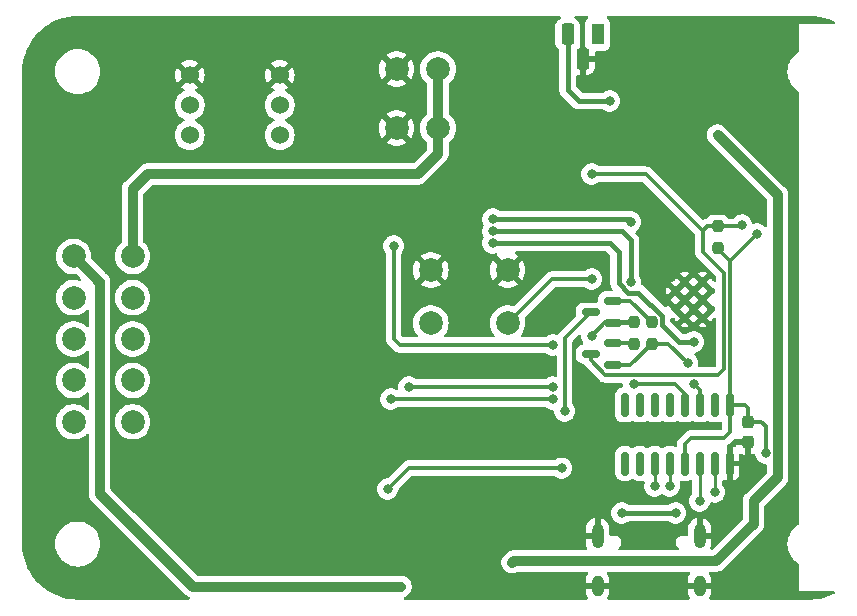
<source format=gbl>
G04 #@! TF.GenerationSoftware,KiCad,Pcbnew,8.0.2*
G04 #@! TF.CreationDate,2024-05-03T17:36:45+02:00*
G04 #@! TF.ProjectId,WLED_Controller_PWM,574c4544-5f43-46f6-9e74-726f6c6c6572,rev?*
G04 #@! TF.SameCoordinates,Original*
G04 #@! TF.FileFunction,Copper,L2,Bot*
G04 #@! TF.FilePolarity,Positive*
%FSLAX46Y46*%
G04 Gerber Fmt 4.6, Leading zero omitted, Abs format (unit mm)*
G04 Created by KiCad (PCBNEW 8.0.2) date 2024-05-03 17:36:45*
%MOMM*%
%LPD*%
G01*
G04 APERTURE LIST*
G04 Aperture macros list*
%AMRoundRect*
0 Rectangle with rounded corners*
0 $1 Rounding radius*
0 $2 $3 $4 $5 $6 $7 $8 $9 X,Y pos of 4 corners*
0 Add a 4 corners polygon primitive as box body*
4,1,4,$2,$3,$4,$5,$6,$7,$8,$9,$2,$3,0*
0 Add four circle primitives for the rounded corners*
1,1,$1+$1,$2,$3*
1,1,$1+$1,$4,$5*
1,1,$1+$1,$6,$7*
1,1,$1+$1,$8,$9*
0 Add four rect primitives between the rounded corners*
20,1,$1+$1,$2,$3,$4,$5,0*
20,1,$1+$1,$4,$5,$6,$7,0*
20,1,$1+$1,$6,$7,$8,$9,0*
20,1,$1+$1,$8,$9,$2,$3,0*%
G04 Aperture macros list end*
G04 #@! TA.AperFunction,HeatsinkPad*
%ADD10C,0.600000*%
G04 #@! TD*
G04 #@! TA.AperFunction,ComponentPad*
%ADD11C,2.000000*%
G04 #@! TD*
G04 #@! TA.AperFunction,ComponentPad*
%ADD12R,1.100000X1.800000*%
G04 #@! TD*
G04 #@! TA.AperFunction,ComponentPad*
%ADD13RoundRect,0.275000X0.275000X0.625000X-0.275000X0.625000X-0.275000X-0.625000X0.275000X-0.625000X0*%
G04 #@! TD*
G04 #@! TA.AperFunction,ComponentPad*
%ADD14O,1.000000X2.100000*%
G04 #@! TD*
G04 #@! TA.AperFunction,ComponentPad*
%ADD15O,1.000000X1.800000*%
G04 #@! TD*
G04 #@! TA.AperFunction,ComponentPad*
%ADD16C,1.524000*%
G04 #@! TD*
G04 #@! TA.AperFunction,SMDPad,CuDef*
%ADD17RoundRect,0.237500X-0.237500X0.250000X-0.237500X-0.250000X0.237500X-0.250000X0.237500X0.250000X0*%
G04 #@! TD*
G04 #@! TA.AperFunction,SMDPad,CuDef*
%ADD18RoundRect,0.150000X0.150000X-0.825000X0.150000X0.825000X-0.150000X0.825000X-0.150000X-0.825000X0*%
G04 #@! TD*
G04 #@! TA.AperFunction,SMDPad,CuDef*
%ADD19RoundRect,0.150000X0.587500X0.150000X-0.587500X0.150000X-0.587500X-0.150000X0.587500X-0.150000X0*%
G04 #@! TD*
G04 #@! TA.AperFunction,SMDPad,CuDef*
%ADD20RoundRect,0.237500X0.237500X-0.250000X0.237500X0.250000X-0.237500X0.250000X-0.237500X-0.250000X0*%
G04 #@! TD*
G04 #@! TA.AperFunction,SMDPad,CuDef*
%ADD21RoundRect,0.237500X-0.237500X0.300000X-0.237500X-0.300000X0.237500X-0.300000X0.237500X0.300000X0*%
G04 #@! TD*
G04 #@! TA.AperFunction,ViaPad*
%ADD22C,0.800000*%
G04 #@! TD*
G04 #@! TA.AperFunction,Conductor*
%ADD23C,0.304800*%
G04 #@! TD*
G04 #@! TA.AperFunction,Conductor*
%ADD24C,0.406400*%
G04 #@! TD*
G04 #@! TA.AperFunction,Conductor*
%ADD25C,0.812800*%
G04 #@! TD*
G04 #@! TA.AperFunction,Conductor*
%ADD26C,0.254000*%
G04 #@! TD*
G04 APERTURE END LIST*
D10*
X57911500Y27205000D03*
X56386500Y27205000D03*
X58674000Y26442500D03*
X57149000Y26442500D03*
X55624000Y26442500D03*
X57911500Y25680000D03*
X56386500Y25680000D03*
X58674000Y24917500D03*
X57149000Y24917500D03*
X55624000Y24917500D03*
X57911500Y24155000D03*
X56386500Y24155000D03*
D11*
X35504000Y40212000D03*
X35504000Y45212000D03*
X32004000Y40212000D03*
X32004000Y45212000D03*
X9652000Y29352000D03*
X4652000Y29352000D03*
X9652000Y25852000D03*
X4652000Y25852000D03*
X9652000Y22352000D03*
X4652000Y22352000D03*
X9652000Y18852000D03*
X4652000Y18852000D03*
X9652000Y15352000D03*
X4652000Y15352000D03*
X34902000Y28194000D03*
X41402000Y28194000D03*
X34902000Y23694000D03*
X41402000Y23694000D03*
D12*
X49022000Y48152000D03*
D13*
X47752000Y46082000D03*
X46482000Y48152000D03*
D14*
X49020000Y5665000D03*
D15*
X49020000Y1465000D03*
D14*
X57660000Y5665000D03*
D15*
X57660000Y1465000D03*
D16*
X14478000Y44704000D03*
X14478000Y42164000D03*
X14478000Y39624000D03*
X22098000Y39624000D03*
X22098000Y42164000D03*
X22098000Y44704000D03*
D17*
X52070000Y23772500D03*
X52070000Y21947500D03*
D18*
X60198000Y11814000D03*
X58928000Y11814000D03*
X57658000Y11814000D03*
X56388000Y11814000D03*
X55118000Y11814000D03*
X53848000Y11814000D03*
X52578000Y11814000D03*
X51308000Y11814000D03*
X51308000Y16764000D03*
X52578000Y16764000D03*
X53848000Y16764000D03*
X55118000Y16764000D03*
X56388000Y16764000D03*
X57658000Y16764000D03*
X58928000Y16764000D03*
X60198000Y16764000D03*
D19*
X50292000Y22032000D03*
X50292000Y20132000D03*
X48417000Y21082000D03*
D20*
X53594000Y21947500D03*
X53594000Y23772500D03*
D19*
X50292000Y25588000D03*
X50292000Y23688000D03*
X48417000Y24638000D03*
D21*
X61722000Y15340500D03*
X61722000Y13615500D03*
D20*
X59182000Y30075500D03*
X59182000Y31900500D03*
D22*
X50038000Y42500000D03*
X62484000Y31242000D03*
X63246000Y12700000D03*
X64516000Y42926000D03*
X53848000Y45212000D03*
X45974000Y14478000D03*
X61214000Y32004000D03*
X48514000Y36322000D03*
X41783000Y3429000D03*
X62230000Y8636000D03*
X59182000Y39624000D03*
X46228000Y16250000D03*
X51054000Y7620000D03*
X55626000Y7620000D03*
X55118000Y9906000D03*
X53848000Y9906000D03*
X57150000Y18551600D03*
X56642000Y20320000D03*
X48514000Y22606000D03*
X52070000Y18542000D03*
X58928000Y9398000D03*
X57658000Y8636000D03*
X48514000Y27432000D03*
X40132000Y31496000D03*
X51816000Y27178000D03*
X40132000Y30480000D03*
X57150000Y22098000D03*
X40132000Y32512000D03*
X51816000Y32258000D03*
X32385000Y1397000D03*
X31750000Y30226000D03*
X45212000Y21844000D03*
X45212000Y17272000D03*
X31496000Y17272000D03*
X45212000Y18288000D03*
X33020000Y18288000D03*
X31242000Y9652000D03*
X45974000Y11420400D03*
D23*
X61722000Y15340500D02*
X61722000Y16510000D01*
X62891500Y15340500D02*
X61722000Y15340500D01*
X60198000Y16764000D02*
X60198000Y28956000D01*
X56388000Y13462000D02*
X56896000Y13970000D01*
D24*
X46482000Y43418000D02*
X47400000Y42500000D01*
X47400000Y42500000D02*
X50038000Y42500000D01*
D23*
X59182000Y29972000D02*
X60198000Y28956000D01*
X61468000Y16764000D02*
X60198000Y16764000D01*
D24*
X46482000Y47752000D02*
X46482000Y43418000D01*
D23*
X59182000Y30075500D02*
X59182000Y29972000D01*
X63246000Y12700000D02*
X63246000Y14986000D01*
X63246000Y14986000D02*
X62891500Y15340500D01*
X60198000Y14478000D02*
X60198000Y16764000D01*
X61722000Y16510000D02*
X61468000Y16764000D01*
X59690000Y13970000D02*
X60198000Y14478000D01*
X60198000Y28956000D02*
X62484000Y31242000D01*
X56388000Y11814000D02*
X56388000Y13462000D01*
X56896000Y13970000D02*
X59690000Y13970000D01*
X59690000Y19812000D02*
X59690000Y27940000D01*
X48417000Y20554842D02*
X49667842Y19304000D01*
X48417000Y21082000D02*
X48417000Y20554842D01*
X48514000Y36322000D02*
X53086000Y36322000D01*
X61110500Y31900500D02*
X61214000Y32004000D01*
X59182000Y31900500D02*
X61110500Y31900500D01*
X57912000Y31496000D02*
X58316500Y31900500D01*
X49667842Y19304000D02*
X59182000Y19304000D01*
X58316500Y31900500D02*
X59182000Y31900500D01*
X59690000Y27940000D02*
X57912000Y29718000D01*
X59182000Y19304000D02*
X59690000Y19812000D01*
X53086000Y36322000D02*
X57912000Y31496000D01*
X57912000Y29718000D02*
X57912000Y31496000D01*
D25*
X62230000Y8636000D02*
X62230000Y6731000D01*
X64262000Y10668000D02*
X64262000Y34544000D01*
X41910000Y3556000D02*
X41783000Y3429000D01*
X62230000Y8636000D02*
X64262000Y10668000D01*
X59055000Y3556000D02*
X41910000Y3556000D01*
X64262000Y34544000D02*
X59182000Y39624000D01*
X62230000Y6731000D02*
X59055000Y3556000D01*
D23*
X46228000Y22449000D02*
X46228000Y16250000D01*
X48417000Y24638000D02*
X46228000Y22449000D01*
D24*
X51054000Y7620000D02*
X55626000Y7620000D01*
D26*
X55118000Y9906000D02*
X55118000Y11814000D01*
X53848000Y9906000D02*
X53848000Y11814000D01*
D23*
X51985500Y22032000D02*
X52070000Y21947500D01*
X50292000Y22032000D02*
X51985500Y22032000D01*
X53594000Y21947500D02*
X51778500Y20132000D01*
X57658000Y18043600D02*
X57150000Y18551600D01*
X55014500Y21947500D02*
X56642000Y20320000D01*
X51778500Y20132000D02*
X50292000Y20132000D01*
X53594000Y21947500D02*
X55014500Y21947500D01*
X57658000Y16764000D02*
X57658000Y18043600D01*
X51778500Y25588000D02*
X50292000Y25588000D01*
X53594000Y23772500D02*
X51778500Y25588000D01*
X51985500Y23688000D02*
X52070000Y23772500D01*
X56388000Y17738999D02*
X56388000Y16764000D01*
X49680500Y23772500D02*
X48514000Y22606000D01*
X52070000Y18542000D02*
X55584999Y18542000D01*
X52070000Y23772500D02*
X49680500Y23772500D01*
X55584999Y18542000D02*
X56388000Y17738999D01*
X50292000Y23688000D02*
X51985500Y23688000D01*
D26*
X58928000Y9398000D02*
X58928000Y11814000D01*
X57658000Y8636000D02*
X57658000Y11814000D01*
D23*
X45140000Y27432000D02*
X41402000Y23694000D01*
X48514000Y27432000D02*
X45140000Y27432000D01*
D24*
X40132000Y31496000D02*
X51054000Y31496000D01*
X51054000Y31496000D02*
X51816000Y30734000D01*
X51816000Y30734000D02*
X51816000Y27178000D01*
X50800000Y29718000D02*
X50038000Y30480000D01*
X52475468Y26291200D02*
X51566903Y26291200D01*
X50038000Y30480000D02*
X40132000Y30480000D01*
X50800000Y27058103D02*
X50800000Y27178000D01*
X54864000Y23114000D02*
X54472200Y23505800D01*
X54472200Y24294468D02*
X52475468Y26291200D01*
X55880000Y22098000D02*
X54864000Y23114000D01*
X51566903Y26291200D02*
X50800000Y27058103D01*
X54472200Y23622000D02*
X54472200Y24294468D01*
X50800000Y27178000D02*
X50800000Y29718000D01*
X57150000Y22098000D02*
X55880000Y22098000D01*
X54472200Y23505800D02*
X54472200Y23622000D01*
X40132000Y32512000D02*
X51562000Y32512000D01*
X51562000Y32512000D02*
X51816000Y32258000D01*
D25*
X6858000Y27178000D02*
X6826000Y27178000D01*
X35504000Y40212000D02*
X35504000Y45212000D01*
X33782000Y36322000D02*
X10922000Y36322000D01*
X6858000Y9271000D02*
X14732000Y1397000D01*
X6826000Y27178000D02*
X4652000Y29352000D01*
X35504000Y40212000D02*
X35504000Y38044000D01*
X6858000Y27178000D02*
X6858000Y9271000D01*
X14732000Y1397000D02*
X32385000Y1397000D01*
X10922000Y36322000D02*
X9652000Y35052000D01*
X9652000Y35052000D02*
X9652000Y29352000D01*
X35504000Y38044000D02*
X33782000Y36322000D01*
D23*
X31750000Y30226000D02*
X31750000Y22352000D01*
X45212000Y21844000D02*
X32258000Y21844000D01*
X31750000Y22352000D02*
X32258000Y21844000D01*
X45212000Y17272000D02*
X31496000Y17272000D01*
X45212000Y18288000D02*
X33020000Y18288000D01*
X33010400Y11420400D02*
X45974000Y11420400D01*
X33010400Y11420400D02*
X31242000Y9652000D01*
G04 #@! TA.AperFunction,Conductor*
G36*
X45854158Y49679815D02*
G01*
X45899913Y49627011D01*
X45909857Y49557853D01*
X45880832Y49494297D01*
X45853090Y49470506D01*
X45720426Y49387149D01*
X45720424Y49387147D01*
X45596853Y49263576D01*
X45547842Y49185574D01*
X45503877Y49115604D01*
X45446159Y48950658D01*
X45446157Y48950648D01*
X45431500Y48820558D01*
X45431500Y47483441D01*
X45446157Y47353351D01*
X45446159Y47353341D01*
X45503877Y47188395D01*
X45596853Y47040423D01*
X45720423Y46916853D01*
X45725870Y46912510D01*
X45725078Y46911517D01*
X45766568Y46864602D01*
X45778300Y46811954D01*
X45778300Y43493442D01*
X45778299Y43493421D01*
X45778299Y43348689D01*
X45778298Y43348689D01*
X45805341Y43212743D01*
X45805343Y43212735D01*
X45858386Y43084676D01*
X45935400Y42969416D01*
X45984408Y42920408D01*
X46033417Y42871400D01*
X46033420Y42871397D01*
X46853397Y42051420D01*
X46853400Y42051417D01*
X46902408Y42002408D01*
X46951416Y41953400D01*
X47002504Y41919265D01*
X47066666Y41876392D01*
X47066679Y41876385D01*
X47194735Y41823343D01*
X47194743Y41823341D01*
X47330689Y41796299D01*
X47330691Y41796299D01*
X47475422Y41796299D01*
X47475442Y41796300D01*
X49434248Y41796300D01*
X49501287Y41776615D01*
X49507133Y41772618D01*
X49585265Y41715851D01*
X49585270Y41715848D01*
X49758192Y41638857D01*
X49758197Y41638855D01*
X49910897Y41606398D01*
X49943354Y41599500D01*
X49943355Y41599500D01*
X50132645Y41599500D01*
X50132646Y41599500D01*
X50172001Y41607865D01*
X50317802Y41638855D01*
X50317807Y41638857D01*
X50490729Y41715848D01*
X50490734Y41715851D01*
X50643870Y41827111D01*
X50643871Y41827112D01*
X50770533Y41967784D01*
X50865179Y42131716D01*
X50923674Y42311744D01*
X50943460Y42500000D01*
X50923674Y42688256D01*
X50865179Y42868284D01*
X50770533Y43032216D01*
X50643871Y43172888D01*
X50490730Y43284151D01*
X50317803Y43361144D01*
X50132646Y43400500D01*
X49943354Y43400500D01*
X49790763Y43368066D01*
X49758197Y43361144D01*
X49758192Y43361142D01*
X49585270Y43284151D01*
X49585265Y43284148D01*
X49507133Y43227382D01*
X49441327Y43203902D01*
X49434248Y43203700D01*
X47742844Y43203700D01*
X47675805Y43223385D01*
X47655163Y43240019D01*
X47222019Y43673163D01*
X47188534Y43734486D01*
X47185700Y43760844D01*
X47185700Y44571161D01*
X47205385Y44638200D01*
X47258189Y44683955D01*
X47323583Y44694381D01*
X47433469Y44682000D01*
X47502000Y44682000D01*
X48002000Y44682000D01*
X48070530Y44682000D01*
X48200539Y44696648D01*
X48365386Y44754330D01*
X48513262Y44847246D01*
X48636753Y44970737D01*
X48729669Y45118613D01*
X48787351Y45283460D01*
X48801999Y45413469D01*
X48802000Y45413473D01*
X48802000Y45832000D01*
X48002000Y45832000D01*
X48002000Y44682000D01*
X47502000Y44682000D01*
X47502000Y46201670D01*
X47521745Y46181925D01*
X47607255Y46132556D01*
X47702630Y46107000D01*
X47801370Y46107000D01*
X47896745Y46132556D01*
X47982255Y46181925D01*
X48052075Y46251745D01*
X48098410Y46332000D01*
X48802000Y46332000D01*
X48802000Y46627500D01*
X48821685Y46694539D01*
X48874489Y46740294D01*
X48926000Y46751500D01*
X49619870Y46751500D01*
X49619876Y46751501D01*
X49679483Y46757908D01*
X49814328Y46808202D01*
X49814335Y46808206D01*
X49929544Y46894452D01*
X49929547Y46894455D01*
X50015793Y47009664D01*
X50015797Y47009671D01*
X50066091Y47144517D01*
X50070808Y47188394D01*
X50072500Y47204127D01*
X50072499Y49099872D01*
X50066091Y49159483D01*
X50015796Y49294331D01*
X49929546Y49409546D01*
X49840462Y49476234D01*
X49798592Y49532167D01*
X49793608Y49601859D01*
X49827093Y49663182D01*
X49888417Y49696666D01*
X49914774Y49699500D01*
X66952405Y49699500D01*
X66997294Y49699500D01*
X67002703Y49699382D01*
X67404181Y49681853D01*
X67414957Y49680910D01*
X67810685Y49628811D01*
X67821339Y49626933D01*
X68211039Y49540538D01*
X68221487Y49537738D01*
X68602159Y49417713D01*
X68612325Y49414013D01*
X68981096Y49261263D01*
X68990899Y49256692D01*
X69034510Y49233989D01*
X69084886Y49185574D01*
X69101089Y49117610D01*
X69077976Y49051674D01*
X69022884Y49008701D01*
X68977254Y49000000D01*
X66039000Y49000000D01*
X66039000Y46714197D01*
X66019315Y46647158D01*
X65974418Y46605361D01*
X65969887Y46602887D01*
X65752258Y46439971D01*
X65752253Y46439966D01*
X65752247Y46439961D01*
X65560038Y46247752D01*
X65560033Y46247746D01*
X65560029Y46247742D01*
X65397113Y46030113D01*
X65397110Y46030109D01*
X65397110Y46030108D01*
X65397109Y46030107D01*
X65266830Y45791519D01*
X65266828Y45791513D01*
X65171825Y45536801D01*
X65171823Y45536794D01*
X65171823Y45536793D01*
X65114040Y45271167D01*
X65114039Y45271160D01*
X65094645Y45000001D01*
X65094645Y44999998D01*
X65114039Y44728839D01*
X65114040Y44728832D01*
X65167295Y44484023D01*
X65171825Y44463199D01*
X65213953Y44350250D01*
X65266830Y44208480D01*
X65397109Y43969892D01*
X65397110Y43969891D01*
X65560028Y43752259D01*
X65560038Y43752247D01*
X65752247Y43560038D01*
X65752259Y43560028D01*
X65969889Y43397111D01*
X65974432Y43394631D01*
X66023835Y43345224D01*
X66039000Y43285802D01*
X66039000Y6714197D01*
X66019315Y6647158D01*
X65974418Y6605361D01*
X65969887Y6602887D01*
X65752258Y6439971D01*
X65752253Y6439966D01*
X65752247Y6439961D01*
X65560038Y6247752D01*
X65560033Y6247746D01*
X65560029Y6247742D01*
X65397113Y6030113D01*
X65397110Y6030109D01*
X65397110Y6030108D01*
X65397109Y6030107D01*
X65266830Y5791519D01*
X65266828Y5791513D01*
X65171825Y5536801D01*
X65171823Y5536794D01*
X65171823Y5536793D01*
X65114040Y5271167D01*
X65114039Y5271160D01*
X65094645Y5000001D01*
X65094645Y4999998D01*
X65114039Y4728839D01*
X65114040Y4728832D01*
X65170271Y4470342D01*
X65171825Y4463199D01*
X65210434Y4359685D01*
X65266830Y4208480D01*
X65397109Y3969892D01*
X65397110Y3969891D01*
X65560028Y3752259D01*
X65560038Y3752247D01*
X65752247Y3560038D01*
X65752259Y3560028D01*
X65969889Y3397111D01*
X65974432Y3394631D01*
X66023835Y3345224D01*
X66039000Y3285802D01*
X66039000Y1000000D01*
X68977254Y1000000D01*
X69044293Y980315D01*
X69090048Y927511D01*
X69099992Y858353D01*
X69070967Y794797D01*
X69034513Y766011D01*
X68990885Y743300D01*
X68981102Y738739D01*
X68612315Y585982D01*
X68602168Y582289D01*
X68309781Y490100D01*
X68221487Y462261D01*
X68211043Y459462D01*
X67821331Y373064D01*
X67810693Y371189D01*
X67414937Y319087D01*
X67404202Y318147D01*
X67002703Y300618D01*
X66997294Y300500D01*
X58583856Y300500D01*
X58516817Y320185D01*
X58471062Y372989D01*
X58461118Y442147D01*
X58480754Y493391D01*
X58546185Y591315D01*
X58546192Y591328D01*
X58621569Y773306D01*
X58621572Y773318D01*
X58659999Y966504D01*
X58660000Y966508D01*
X58660000Y1215000D01*
X57960000Y1215000D01*
X57960000Y1715000D01*
X58660000Y1715000D01*
X58660000Y1963492D01*
X58659999Y1963495D01*
X58621572Y2156681D01*
X58621569Y2156693D01*
X58546192Y2338671D01*
X58546185Y2338683D01*
X58467657Y2456209D01*
X58446779Y2522886D01*
X58465263Y2590266D01*
X58517242Y2636957D01*
X58570759Y2649100D01*
X59144324Y2649100D01*
X59319527Y2683950D01*
X59319533Y2683952D01*
X59484575Y2752314D01*
X59484584Y2752319D01*
X59633114Y2851564D01*
X59633118Y2851567D01*
X62934432Y6152881D01*
X62934435Y6152885D01*
X63033680Y6301415D01*
X63033685Y6301424D01*
X63074187Y6399205D01*
X63102048Y6466467D01*
X63129184Y6602887D01*
X63136900Y6641675D01*
X63136900Y8208987D01*
X63156585Y8276026D01*
X63173219Y8296668D01*
X64966432Y10089881D01*
X64966435Y10089885D01*
X65065680Y10238415D01*
X65065685Y10238424D01*
X65101499Y10324888D01*
X65134048Y10403467D01*
X65139414Y10430444D01*
X65168900Y10578675D01*
X65168900Y34633324D01*
X65134049Y34808527D01*
X65134048Y34808533D01*
X65065684Y34973578D01*
X64966435Y35122115D01*
X64840115Y35248435D01*
X59760115Y40328435D01*
X59611578Y40427684D01*
X59446533Y40496048D01*
X59389198Y40507452D01*
X59271324Y40530900D01*
X59271322Y40530900D01*
X59092678Y40530900D01*
X59092676Y40530900D01*
X58917472Y40496049D01*
X58917467Y40496048D01*
X58790825Y40443591D01*
X58752424Y40427685D01*
X58752415Y40427680D01*
X58603885Y40328435D01*
X58603881Y40328432D01*
X58477567Y40202118D01*
X58477564Y40202114D01*
X58378319Y40053584D01*
X58378314Y40053575D01*
X58309952Y39888533D01*
X58309950Y39888527D01*
X58275100Y39713324D01*
X58275100Y39534675D01*
X58275099Y39534675D01*
X58309950Y39359472D01*
X58309952Y39359466D01*
X58378314Y39194424D01*
X58378319Y39194415D01*
X58477564Y39045885D01*
X58477567Y39045881D01*
X63318781Y34204668D01*
X63352266Y34143345D01*
X63355100Y34116987D01*
X63355100Y31943352D01*
X63335415Y31876313D01*
X63282611Y31830558D01*
X63213453Y31820614D01*
X63149897Y31849639D01*
X63138950Y31860380D01*
X63124604Y31876313D01*
X63089871Y31914888D01*
X62936730Y32026151D01*
X62763803Y32103144D01*
X62578646Y32142500D01*
X62389354Y32142500D01*
X62242719Y32111332D01*
X62173053Y32116648D01*
X62117319Y32158785D01*
X62099009Y32194301D01*
X62041179Y32372284D01*
X61946533Y32536216D01*
X61819871Y32676888D01*
X61666730Y32788151D01*
X61493803Y32865144D01*
X61308646Y32904500D01*
X61119354Y32904500D01*
X61044075Y32888499D01*
X60934197Y32865144D01*
X60934192Y32865142D01*
X60761270Y32788151D01*
X60761265Y32788148D01*
X60608130Y32676889D01*
X60608123Y32676883D01*
X60533881Y32594428D01*
X60474395Y32557779D01*
X60441731Y32553400D01*
X60107291Y32553400D01*
X60040252Y32573085D01*
X60007625Y32606319D01*
X60006821Y32605683D01*
X60002343Y32611344D01*
X60002340Y32611350D01*
X59880350Y32733340D01*
X59733516Y32823908D01*
X59569753Y32878174D01*
X59468677Y32888500D01*
X58895324Y32888499D01*
X58895316Y32888498D01*
X58895312Y32888498D01*
X58814834Y32880277D01*
X58794247Y32878174D01*
X58630484Y32823908D01*
X58483650Y32733340D01*
X58483648Y32733338D01*
X58361660Y32611350D01*
X58357179Y32605683D01*
X58355960Y32606646D01*
X58310295Y32565576D01*
X58256709Y32553400D01*
X58252193Y32553400D01*
X58165796Y32536214D01*
X58126056Y32528309D01*
X58034154Y32490242D01*
X58007238Y32479093D01*
X58007233Y32479090D01*
X57998942Y32473550D01*
X57932265Y32452671D01*
X57864885Y32471154D01*
X57842372Y32488966D01*
X53502200Y36829141D01*
X53395264Y36900592D01*
X53276444Y36949809D01*
X53235165Y36958019D01*
X53150307Y36974900D01*
X53150305Y36974900D01*
X49187672Y36974900D01*
X49120633Y36994585D01*
X49114787Y36998582D01*
X48966734Y37106148D01*
X48966730Y37106151D01*
X48793803Y37183144D01*
X48608646Y37222500D01*
X48419354Y37222500D01*
X48285497Y37194048D01*
X48234197Y37183144D01*
X48234192Y37183142D01*
X48061270Y37106151D01*
X48061265Y37106148D01*
X47951550Y37026435D01*
X47908129Y36994888D01*
X47781467Y36854216D01*
X47781466Y36854214D01*
X47686821Y36690284D01*
X47686818Y36690277D01*
X47630292Y36516309D01*
X47628326Y36510256D01*
X47608540Y36322000D01*
X47628326Y36133744D01*
X47628326Y36133741D01*
X47628327Y36133740D01*
X47686818Y35953722D01*
X47686821Y35953715D01*
X47781466Y35789785D01*
X47908129Y35649111D01*
X48061265Y35537851D01*
X48061270Y35537848D01*
X48234192Y35460857D01*
X48234197Y35460855D01*
X48386897Y35428398D01*
X48419354Y35421500D01*
X48419355Y35421500D01*
X48608645Y35421500D01*
X48608646Y35421500D01*
X48648001Y35429865D01*
X48793802Y35460855D01*
X48793807Y35460857D01*
X48966729Y35537848D01*
X48966734Y35537851D01*
X49114787Y35645418D01*
X49180593Y35668898D01*
X49187672Y35669100D01*
X52764197Y35669100D01*
X52831236Y35649415D01*
X52851878Y35632781D01*
X57222781Y31261878D01*
X57256266Y31200555D01*
X57259100Y31174197D01*
X57259100Y29653692D01*
X57259099Y29653692D01*
X57273858Y29579501D01*
X57284189Y29527562D01*
X57284192Y29527553D01*
X57333407Y29408737D01*
X57404862Y29301795D01*
X57404863Y29301794D01*
X59000781Y27705877D01*
X59034266Y27644554D01*
X59037100Y27618196D01*
X59037100Y27337769D01*
X59017415Y27270730D01*
X58964611Y27224975D01*
X58895453Y27215031D01*
X58872143Y27220728D01*
X58853139Y27227378D01*
X58810518Y27232180D01*
X58746103Y27259246D01*
X58706548Y27316840D01*
X58701180Y27341518D01*
X58696378Y27384139D01*
X58636834Y27554305D01*
X58636834Y27554306D01*
X58628161Y27568106D01*
X58628160Y27568106D01*
X58265053Y27204999D01*
X58302217Y27167837D01*
X58648048Y26822006D01*
X58648050Y26822001D01*
X58939872Y26530182D01*
X58973357Y26468859D01*
X58968373Y26399167D01*
X58939872Y26354819D01*
X58625788Y26040736D01*
X58625780Y26040726D01*
X58265053Y25679999D01*
X58302217Y25642837D01*
X58648048Y25297006D01*
X58648050Y25297001D01*
X58939872Y25005182D01*
X58973357Y24943859D01*
X58968373Y24874167D01*
X58939872Y24829819D01*
X58625788Y24515736D01*
X58625780Y24515726D01*
X58265053Y24154999D01*
X58265053Y24154998D01*
X58628160Y23791892D01*
X58628161Y23791892D01*
X58636833Y23805692D01*
X58696378Y23975861D01*
X58701180Y24018482D01*
X58728246Y24082896D01*
X58785840Y24122451D01*
X58810515Y24127819D01*
X58853138Y24132621D01*
X58853145Y24132623D01*
X58872147Y24139272D01*
X58941926Y24142833D01*
X59002553Y24108103D01*
X59034779Y24046109D01*
X59037100Y24022230D01*
X59037100Y20133803D01*
X59017415Y20066764D01*
X59000780Y20046121D01*
X58947876Y19993218D01*
X58886553Y19959734D01*
X58860196Y19956900D01*
X57641535Y19956900D01*
X57574496Y19976585D01*
X57528741Y20029389D01*
X57518797Y20098547D01*
X57523604Y20119218D01*
X57527674Y20131744D01*
X57547460Y20320000D01*
X57527674Y20508256D01*
X57469179Y20688284D01*
X57374533Y20852216D01*
X57247871Y20992888D01*
X57247865Y20992891D01*
X57244269Y20996131D01*
X57207617Y21055615D01*
X57208944Y21125472D01*
X57247827Y21183523D01*
X57301455Y21209575D01*
X57429802Y21236855D01*
X57429807Y21236857D01*
X57602729Y21313848D01*
X57602734Y21313851D01*
X57755870Y21425111D01*
X57755871Y21425112D01*
X57882533Y21565784D01*
X57977179Y21729716D01*
X58035674Y21909744D01*
X58055460Y22098000D01*
X58035674Y22286256D01*
X57977179Y22466284D01*
X57882533Y22630216D01*
X57755871Y22770888D01*
X57602730Y22882151D01*
X57429803Y22959144D01*
X57244646Y22998500D01*
X57055354Y22998500D01*
X56956053Y22977393D01*
X56870197Y22959144D01*
X56870192Y22959142D01*
X56697270Y22882151D01*
X56697265Y22882148D01*
X56619133Y22825382D01*
X56553327Y22801902D01*
X56546248Y22801700D01*
X56222844Y22801700D01*
X56155805Y22821385D01*
X56135163Y22838019D01*
X55534844Y23438338D01*
X56023391Y23438338D01*
X56023391Y23438337D01*
X56037191Y23429667D01*
X56037201Y23429662D01*
X56207358Y23370122D01*
X56207361Y23370121D01*
X56386497Y23349938D01*
X56386503Y23349938D01*
X56565638Y23370121D01*
X56735804Y23429665D01*
X56749606Y23438337D01*
X56749605Y23438338D01*
X57548391Y23438338D01*
X57548391Y23438337D01*
X57562191Y23429667D01*
X57562201Y23429662D01*
X57732358Y23370122D01*
X57732361Y23370121D01*
X57911497Y23349938D01*
X57911503Y23349938D01*
X58090638Y23370121D01*
X58260804Y23429665D01*
X58274606Y23438337D01*
X57911500Y23801447D01*
X57911499Y23801447D01*
X57548391Y23438338D01*
X56749605Y23438338D01*
X56386500Y23801447D01*
X56386499Y23801447D01*
X56023391Y23438338D01*
X55534844Y23438338D01*
X55212219Y23760963D01*
X55178734Y23822286D01*
X55175900Y23848644D01*
X55175900Y24051972D01*
X55195585Y24119011D01*
X55248389Y24164766D01*
X55317547Y24174710D01*
X55340854Y24169014D01*
X55444858Y24132622D01*
X55487484Y24127819D01*
X55551898Y24100752D01*
X55591452Y24043156D01*
X55596819Y24018484D01*
X55601622Y23975858D01*
X55661162Y23805701D01*
X55661167Y23805691D01*
X55669838Y23791891D01*
X56032946Y24154998D01*
X56032946Y24154999D01*
X56013054Y24174891D01*
X56286500Y24174891D01*
X56286500Y24135109D01*
X56301724Y24098355D01*
X56329855Y24070224D01*
X56366609Y24055000D01*
X56406391Y24055000D01*
X56443145Y24070224D01*
X56471276Y24098355D01*
X56486500Y24135109D01*
X56486500Y24154999D01*
X56740053Y24154999D01*
X56740053Y24154998D01*
X57103160Y23791891D01*
X57135122Y23795492D01*
X57162885Y23795491D01*
X57194837Y23791890D01*
X57557946Y24154998D01*
X57557946Y24154999D01*
X57538054Y24174891D01*
X57811500Y24174891D01*
X57811500Y24135109D01*
X57826724Y24098355D01*
X57854855Y24070224D01*
X57891609Y24055000D01*
X57931391Y24055000D01*
X57968145Y24070224D01*
X57996276Y24098355D01*
X58011500Y24135109D01*
X58011500Y24174891D01*
X57996276Y24211645D01*
X57968145Y24239776D01*
X57931391Y24255000D01*
X57891609Y24255000D01*
X57854855Y24239776D01*
X57826724Y24211645D01*
X57811500Y24174891D01*
X57538054Y24174891D01*
X57204393Y24508553D01*
X57149000Y24563946D01*
X56740053Y24154999D01*
X56486500Y24154999D01*
X56486500Y24174891D01*
X56471276Y24211645D01*
X56443145Y24239776D01*
X56406391Y24255000D01*
X56366609Y24255000D01*
X56329855Y24239776D01*
X56301724Y24211645D01*
X56286500Y24174891D01*
X56013054Y24174891D01*
X55679393Y24508553D01*
X55250554Y24937391D01*
X55524000Y24937391D01*
X55524000Y24897609D01*
X55539224Y24860855D01*
X55567355Y24832724D01*
X55604109Y24817500D01*
X55643891Y24817500D01*
X55680645Y24832724D01*
X55708776Y24860855D01*
X55724000Y24897609D01*
X55724000Y24917500D01*
X55977553Y24917500D01*
X56041360Y24853694D01*
X56041360Y24853693D01*
X56386499Y24508553D01*
X56386501Y24508553D01*
X56731640Y24853694D01*
X56795446Y24917500D01*
X56775555Y24937391D01*
X57049000Y24937391D01*
X57049000Y24897609D01*
X57064224Y24860855D01*
X57092355Y24832724D01*
X57129109Y24817500D01*
X57168891Y24817500D01*
X57205645Y24832724D01*
X57233776Y24860855D01*
X57249000Y24897609D01*
X57249000Y24917500D01*
X57502553Y24917500D01*
X57566360Y24853694D01*
X57566360Y24853693D01*
X57911499Y24508553D01*
X57911501Y24508553D01*
X58256640Y24853694D01*
X58320446Y24917500D01*
X58300555Y24937391D01*
X58574000Y24937391D01*
X58574000Y24897609D01*
X58589224Y24860855D01*
X58617355Y24832724D01*
X58654109Y24817500D01*
X58693891Y24817500D01*
X58730645Y24832724D01*
X58758776Y24860855D01*
X58774000Y24897609D01*
X58774000Y24937391D01*
X58758776Y24974145D01*
X58730645Y25002276D01*
X58693891Y25017500D01*
X58654109Y25017500D01*
X58617355Y25002276D01*
X58589224Y24974145D01*
X58574000Y24937391D01*
X58300555Y24937391D01*
X57911500Y25326446D01*
X57856107Y25271053D01*
X57502553Y24917500D01*
X57249000Y24917500D01*
X57249000Y24937391D01*
X57233776Y24974145D01*
X57205645Y25002276D01*
X57168891Y25017500D01*
X57129109Y25017500D01*
X57092355Y25002276D01*
X57064224Y24974145D01*
X57049000Y24937391D01*
X56775555Y24937391D01*
X56386500Y25326446D01*
X56331107Y25271053D01*
X55977553Y24917500D01*
X55724000Y24917500D01*
X55724000Y24937391D01*
X55708776Y24974145D01*
X55680645Y25002276D01*
X55643891Y25017500D01*
X55604109Y25017500D01*
X55567355Y25002276D01*
X55539224Y24974145D01*
X55524000Y24937391D01*
X55250554Y24937391D01*
X54907338Y25280607D01*
X54898663Y25266801D01*
X54898663Y25266800D01*
X54859219Y25154076D01*
X54818498Y25097300D01*
X54753545Y25071553D01*
X54684983Y25085009D01*
X54654504Y25107344D01*
X54036011Y25725837D01*
X55260890Y25725837D01*
X55264491Y25693885D01*
X55264492Y25666122D01*
X55260891Y25634160D01*
X55623998Y25271053D01*
X55623999Y25271053D01*
X56032946Y25680000D01*
X56013055Y25699891D01*
X56286500Y25699891D01*
X56286500Y25660109D01*
X56301724Y25623355D01*
X56329855Y25595224D01*
X56366609Y25580000D01*
X56406391Y25580000D01*
X56443145Y25595224D01*
X56471276Y25623355D01*
X56486500Y25660109D01*
X56486500Y25679999D01*
X56740053Y25679999D01*
X56777217Y25642837D01*
X56777219Y25642835D01*
X57148999Y25271053D01*
X57149001Y25271053D01*
X57520782Y25642836D01*
X57557946Y25680000D01*
X57538055Y25699891D01*
X57811500Y25699891D01*
X57811500Y25660109D01*
X57826724Y25623355D01*
X57854855Y25595224D01*
X57891609Y25580000D01*
X57931391Y25580000D01*
X57968145Y25595224D01*
X57996276Y25623355D01*
X58011500Y25660109D01*
X58011500Y25699891D01*
X57996276Y25736645D01*
X57968145Y25764776D01*
X57931391Y25780000D01*
X57891609Y25780000D01*
X57854855Y25764776D01*
X57826724Y25736645D01*
X57811500Y25699891D01*
X57538055Y25699891D01*
X57149000Y26088946D01*
X56740053Y25679999D01*
X56486500Y25679999D01*
X56486500Y25699891D01*
X56471276Y25736645D01*
X56443145Y25764776D01*
X56406391Y25780000D01*
X56366609Y25780000D01*
X56329855Y25764776D01*
X56301724Y25736645D01*
X56286500Y25699891D01*
X56013055Y25699891D01*
X55679394Y26033553D01*
X55624000Y26088946D01*
X55623998Y26088946D01*
X55260890Y25725837D01*
X54036011Y25725837D01*
X53319347Y26442502D01*
X54818938Y26442502D01*
X54818938Y26442497D01*
X54839121Y26263361D01*
X54839122Y26263358D01*
X54898662Y26093201D01*
X54898667Y26093191D01*
X54907338Y26079391D01*
X55270446Y26442499D01*
X55270446Y26442500D01*
X55250555Y26462391D01*
X55524000Y26462391D01*
X55524000Y26422609D01*
X55539224Y26385855D01*
X55567355Y26357724D01*
X55604109Y26342500D01*
X55643891Y26342500D01*
X55680645Y26357724D01*
X55708776Y26385855D01*
X55724000Y26422609D01*
X55724000Y26442499D01*
X55977553Y26442499D01*
X56031554Y26388500D01*
X56031555Y26388499D01*
X56386499Y26033553D01*
X56386501Y26033553D01*
X56741446Y26388500D01*
X56795446Y26442500D01*
X56775555Y26462391D01*
X57049000Y26462391D01*
X57049000Y26422609D01*
X57064224Y26385855D01*
X57092355Y26357724D01*
X57129109Y26342500D01*
X57168891Y26342500D01*
X57205645Y26357724D01*
X57233776Y26385855D01*
X57249000Y26422609D01*
X57249000Y26442499D01*
X57502553Y26442499D01*
X57556554Y26388500D01*
X57556555Y26388499D01*
X57911499Y26033553D01*
X57911501Y26033553D01*
X58266446Y26388500D01*
X58320446Y26442500D01*
X58300555Y26462391D01*
X58574000Y26462391D01*
X58574000Y26422609D01*
X58589224Y26385855D01*
X58617355Y26357724D01*
X58654109Y26342500D01*
X58693891Y26342500D01*
X58730645Y26357724D01*
X58758776Y26385855D01*
X58774000Y26422609D01*
X58774000Y26462391D01*
X58758776Y26499145D01*
X58730645Y26527276D01*
X58693891Y26542500D01*
X58654109Y26542500D01*
X58617355Y26527276D01*
X58589224Y26499145D01*
X58574000Y26462391D01*
X58300555Y26462391D01*
X57911500Y26851446D01*
X57502553Y26442499D01*
X57249000Y26442499D01*
X57249000Y26462391D01*
X57233776Y26499145D01*
X57205645Y26527276D01*
X57168891Y26542500D01*
X57129109Y26542500D01*
X57092355Y26527276D01*
X57064224Y26499145D01*
X57049000Y26462391D01*
X56775555Y26462391D01*
X56386500Y26851446D01*
X55977553Y26442499D01*
X55724000Y26442499D01*
X55724000Y26462391D01*
X55708776Y26499145D01*
X55680645Y26527276D01*
X55643891Y26542500D01*
X55604109Y26542500D01*
X55567355Y26527276D01*
X55539224Y26499145D01*
X55524000Y26462391D01*
X55250555Y26462391D01*
X54907338Y26805607D01*
X54898665Y26791804D01*
X54839121Y26621638D01*
X54818938Y26442502D01*
X53319347Y26442502D01*
X53029138Y26732711D01*
X53029135Y26732715D01*
X53022069Y26739781D01*
X53022068Y26739783D01*
X52924051Y26837800D01*
X52808795Y26914811D01*
X52784142Y26925022D01*
X52729739Y26968861D01*
X52707673Y27035154D01*
X52708272Y27052523D01*
X52719480Y27159161D01*
X55260892Y27159161D01*
X55260892Y27159160D01*
X55623998Y26796053D01*
X55623999Y26796053D01*
X56032946Y27205000D01*
X56013055Y27224891D01*
X56286500Y27224891D01*
X56286500Y27185109D01*
X56301724Y27148355D01*
X56329855Y27120224D01*
X56366609Y27105000D01*
X56406391Y27105000D01*
X56443145Y27120224D01*
X56471276Y27148355D01*
X56486500Y27185109D01*
X56486500Y27204999D01*
X56740053Y27204999D01*
X56777217Y27167837D01*
X56777219Y27167835D01*
X57148999Y26796053D01*
X57149001Y26796053D01*
X57520782Y27167836D01*
X57557946Y27205000D01*
X57538055Y27224891D01*
X57811500Y27224891D01*
X57811500Y27185109D01*
X57826724Y27148355D01*
X57854855Y27120224D01*
X57891609Y27105000D01*
X57931391Y27105000D01*
X57968145Y27120224D01*
X57996276Y27148355D01*
X58011500Y27185109D01*
X58011500Y27224891D01*
X57996276Y27261645D01*
X57968145Y27289776D01*
X57931391Y27305000D01*
X57891609Y27305000D01*
X57854855Y27289776D01*
X57826724Y27261645D01*
X57811500Y27224891D01*
X57538055Y27224891D01*
X57194838Y27568107D01*
X57162885Y27564507D01*
X57135122Y27564506D01*
X57103160Y27568106D01*
X56740053Y27204999D01*
X56486500Y27204999D01*
X56486500Y27224891D01*
X56471276Y27261645D01*
X56443145Y27289776D01*
X56406391Y27305000D01*
X56366609Y27305000D01*
X56329855Y27289776D01*
X56301724Y27261645D01*
X56286500Y27224891D01*
X56013055Y27224891D01*
X55669838Y27568107D01*
X55661165Y27554304D01*
X55601621Y27384138D01*
X55596819Y27341515D01*
X55569752Y27277102D01*
X55512157Y27237547D01*
X55487482Y27232180D01*
X55444861Y27227378D01*
X55274692Y27167833D01*
X55260892Y27159161D01*
X52719480Y27159161D01*
X52721460Y27178000D01*
X52701674Y27366256D01*
X52643179Y27546284D01*
X52548533Y27710216D01*
X52548529Y27710220D01*
X52544715Y27715471D01*
X52546721Y27716929D01*
X52521322Y27769847D01*
X52519700Y27789837D01*
X52519700Y27921661D01*
X56023392Y27921661D01*
X56023392Y27921660D01*
X56386500Y27558553D01*
X56386501Y27558553D01*
X56749606Y27921660D01*
X56749606Y27921661D01*
X57548392Y27921661D01*
X57548392Y27921660D01*
X57911500Y27558553D01*
X57911501Y27558553D01*
X58274606Y27921660D01*
X58274606Y27921661D01*
X58260805Y27930334D01*
X58090641Y27989877D01*
X58090638Y27989878D01*
X57911503Y28010062D01*
X57911497Y28010062D01*
X57732361Y27989878D01*
X57562192Y27930333D01*
X57548392Y27921661D01*
X56749606Y27921661D01*
X56735805Y27930334D01*
X56565641Y27989877D01*
X56565638Y27989878D01*
X56386503Y28010062D01*
X56386497Y28010062D01*
X56207361Y27989878D01*
X56037192Y27930333D01*
X56023392Y27921661D01*
X52519700Y27921661D01*
X52519700Y30659555D01*
X52519701Y30659581D01*
X52519701Y30803310D01*
X52519700Y30803312D01*
X52492658Y30939262D01*
X52447858Y31047417D01*
X52446788Y31049999D01*
X52444669Y31055115D01*
X52439611Y31067327D01*
X52362600Y31182583D01*
X52264583Y31280600D01*
X52264581Y31280601D01*
X52257515Y31287667D01*
X52257511Y31287670D01*
X52257058Y31288122D01*
X52223575Y31349443D01*
X52228559Y31419135D01*
X52270431Y31475068D01*
X52271855Y31476119D01*
X52421872Y31585113D01*
X52444536Y31610284D01*
X52548533Y31725784D01*
X52643179Y31889716D01*
X52701674Y32069744D01*
X52721460Y32258000D01*
X52701674Y32446256D01*
X52643179Y32626284D01*
X52548533Y32790216D01*
X52421871Y32930888D01*
X52268730Y33042151D01*
X52095803Y33119144D01*
X51910646Y33158500D01*
X51910645Y33158500D01*
X51864732Y33158500D01*
X51817281Y33167938D01*
X51767262Y33188657D01*
X51722768Y33197507D01*
X51631310Y33215701D01*
X51631308Y33215701D01*
X51492692Y33215701D01*
X51486578Y33215701D01*
X51486558Y33215700D01*
X40735752Y33215700D01*
X40668713Y33235385D01*
X40662867Y33239382D01*
X40584734Y33296148D01*
X40584730Y33296151D01*
X40411803Y33373144D01*
X40226646Y33412500D01*
X40037354Y33412500D01*
X39852197Y33373144D01*
X39852192Y33373142D01*
X39679270Y33296151D01*
X39679265Y33296148D01*
X39568538Y33215700D01*
X39526129Y33184888D01*
X39399467Y33044216D01*
X39399466Y33044214D01*
X39304821Y32880284D01*
X39304818Y32880277D01*
X39275556Y32790216D01*
X39246326Y32700256D01*
X39226540Y32512000D01*
X39246326Y32323744D01*
X39246326Y32323741D01*
X39246327Y32323740D01*
X39304820Y32143716D01*
X39349690Y32065999D01*
X39366162Y31998099D01*
X39349690Y31942001D01*
X39304820Y31864283D01*
X39275556Y31774216D01*
X39246326Y31684256D01*
X39226540Y31496000D01*
X39246326Y31307744D01*
X39246326Y31307741D01*
X39246327Y31307740D01*
X39304820Y31127716D01*
X39349690Y31049999D01*
X39366162Y30982099D01*
X39349690Y30926001D01*
X39304820Y30848283D01*
X39259819Y30709784D01*
X39246326Y30668256D01*
X39226540Y30480000D01*
X39246326Y30291744D01*
X39246326Y30291741D01*
X39246327Y30291740D01*
X39304818Y30111722D01*
X39304821Y30111715D01*
X39399466Y29947785D01*
X39526129Y29807111D01*
X39679265Y29695851D01*
X39679270Y29695848D01*
X39852192Y29618857D01*
X39852197Y29618855D01*
X40004897Y29586398D01*
X40037354Y29579500D01*
X40037355Y29579500D01*
X40226646Y29579500D01*
X40405201Y29617452D01*
X40474868Y29612136D01*
X40530601Y29569999D01*
X40554706Y29504419D01*
X40539529Y29436217D01*
X40532593Y29428098D01*
X40531942Y29417609D01*
X41231765Y28717787D01*
X41189708Y28706518D01*
X41064292Y28634110D01*
X40961890Y28531708D01*
X40889482Y28406292D01*
X40878212Y28364234D01*
X40178564Y29063882D01*
X40078266Y28910364D01*
X39978412Y28682717D01*
X39917387Y28441738D01*
X39917385Y28441729D01*
X39896859Y28194005D01*
X39896859Y28193994D01*
X39917385Y27946270D01*
X39917387Y27946261D01*
X39978412Y27705282D01*
X40078267Y27477632D01*
X40178564Y27324116D01*
X40878212Y28023764D01*
X40889482Y27981708D01*
X40961890Y27856292D01*
X41064292Y27753890D01*
X41189708Y27681482D01*
X41231765Y27670212D01*
X40531942Y26970390D01*
X40531942Y26970388D01*
X40578761Y26933949D01*
X40797390Y26815632D01*
X40797396Y26815630D01*
X41032506Y26734916D01*
X41277707Y26694000D01*
X41526293Y26694000D01*
X41771493Y26734916D01*
X42006603Y26815630D01*
X42006614Y26815635D01*
X42225229Y26933943D01*
X42272056Y26970389D01*
X42272057Y26970390D01*
X41572235Y27670212D01*
X41614292Y27681482D01*
X41739708Y27753890D01*
X41842110Y27856292D01*
X41914518Y27981708D01*
X41925787Y28023764D01*
X42625434Y27324116D01*
X42725731Y27477630D01*
X42825587Y27705282D01*
X42886612Y27946261D01*
X42886614Y27946270D01*
X42907141Y28193994D01*
X42907141Y28194005D01*
X42886614Y28441729D01*
X42886612Y28441738D01*
X42825587Y28682717D01*
X42725731Y28910369D01*
X42625434Y29063882D01*
X41925787Y28364234D01*
X41914518Y28406292D01*
X41842110Y28531708D01*
X41739708Y28634110D01*
X41614292Y28706518D01*
X41572234Y28717787D01*
X42272056Y29417609D01*
X42225231Y29454055D01*
X42225228Y29454057D01*
X42060423Y29543245D01*
X42010832Y29592464D01*
X41995724Y29660681D01*
X42019894Y29726237D01*
X42075670Y29768318D01*
X42119440Y29776300D01*
X49695156Y29776300D01*
X49762195Y29756615D01*
X49782837Y29739981D01*
X50059981Y29462837D01*
X50093466Y29401514D01*
X50096300Y29375156D01*
X50096300Y27133545D01*
X50096299Y27133524D01*
X50096299Y26988793D01*
X50102079Y26959738D01*
X50111016Y26914808D01*
X50114005Y26899785D01*
X50114005Y26899783D01*
X50123340Y26852847D01*
X50123343Y26852838D01*
X50176386Y26724779D01*
X50253401Y26609517D01*
X50253402Y26609516D01*
X50262738Y26600181D01*
X50296223Y26538858D01*
X50291239Y26469166D01*
X50249367Y26413233D01*
X50183903Y26388816D01*
X50175057Y26388500D01*
X49638806Y26388500D01*
X49601931Y26385598D01*
X49601929Y26385597D01*
X49601926Y26385597D01*
X49505989Y26357724D01*
X49444102Y26339744D01*
X49302635Y26256081D01*
X49302633Y26256079D01*
X49302629Y26256076D01*
X49186423Y26139870D01*
X49186417Y26139862D01*
X49102755Y25998396D01*
X49102754Y25998393D01*
X49056902Y25840573D01*
X49056901Y25840567D01*
X49054000Y25803701D01*
X49054000Y25562500D01*
X49034315Y25495461D01*
X48981511Y25449706D01*
X48930000Y25438500D01*
X47763806Y25438500D01*
X47726931Y25435598D01*
X47726929Y25435597D01*
X47726926Y25435597D01*
X47610724Y25401836D01*
X47569102Y25389744D01*
X47427635Y25306081D01*
X47427633Y25306079D01*
X47427629Y25306076D01*
X47311423Y25189870D01*
X47311417Y25189862D01*
X47227755Y25048396D01*
X47227754Y25048393D01*
X47181902Y24890573D01*
X47181901Y24890567D01*
X47179000Y24853701D01*
X47179000Y24422295D01*
X47181735Y24387547D01*
X47167370Y24319170D01*
X47145798Y24290139D01*
X45720858Y22865199D01*
X45720854Y22865194D01*
X45660222Y22774449D01*
X45646026Y22753202D01*
X45644482Y22754233D01*
X45601595Y22710580D01*
X45533457Y22695124D01*
X45498197Y22703782D01*
X45497987Y22703135D01*
X45491805Y22705142D01*
X45491803Y22705144D01*
X45306646Y22744500D01*
X45117354Y22744500D01*
X45016293Y22723019D01*
X44932197Y22705144D01*
X44932192Y22705142D01*
X44759270Y22628151D01*
X44759265Y22628148D01*
X44611213Y22520582D01*
X44545407Y22497102D01*
X44538328Y22496900D01*
X42622172Y22496900D01*
X42555133Y22516585D01*
X42509378Y22569389D01*
X42499434Y22638547D01*
X42528459Y22702103D01*
X42530942Y22704883D01*
X42531181Y22705142D01*
X42590164Y22769215D01*
X42590166Y22769217D01*
X42726173Y22977393D01*
X42826063Y23205118D01*
X42887107Y23446175D01*
X42887109Y23446187D01*
X42907643Y23693994D01*
X42907643Y23694005D01*
X42887109Y23941812D01*
X42887108Y23941813D01*
X42887108Y23941821D01*
X42840966Y24124030D01*
X42843591Y24193849D01*
X42873491Y24242150D01*
X45374121Y26742781D01*
X45435444Y26776266D01*
X45461802Y26779100D01*
X47840328Y26779100D01*
X47907367Y26759415D01*
X47913213Y26755418D01*
X48061265Y26647851D01*
X48061270Y26647848D01*
X48234192Y26570857D01*
X48234197Y26570855D01*
X48384737Y26538858D01*
X48419354Y26531500D01*
X48419355Y26531500D01*
X48608645Y26531500D01*
X48608646Y26531500D01*
X48648001Y26539865D01*
X48793802Y26570855D01*
X48793807Y26570857D01*
X48966729Y26647848D01*
X48966734Y26647851D01*
X49119870Y26759111D01*
X49135317Y26776266D01*
X49246533Y26899784D01*
X49255210Y26914812D01*
X49298471Y26989744D01*
X49341179Y27063716D01*
X49399674Y27243744D01*
X49419460Y27432000D01*
X49399674Y27620256D01*
X49341179Y27800284D01*
X49246533Y27964216D01*
X49119871Y28104888D01*
X48966730Y28216151D01*
X48793803Y28293144D01*
X48608646Y28332500D01*
X48419354Y28332500D01*
X48234197Y28293144D01*
X48234192Y28293142D01*
X48061270Y28216151D01*
X48061265Y28216148D01*
X47913213Y28108582D01*
X47847407Y28085102D01*
X47840328Y28084900D01*
X45075693Y28084900D01*
X44949561Y28059810D01*
X44949556Y28059809D01*
X44830736Y28010592D01*
X44761329Y27964216D01*
X44723797Y27939138D01*
X41950381Y25165722D01*
X41889058Y25132237D01*
X41822437Y25136122D01*
X41771614Y25153571D01*
X41526335Y25194500D01*
X41277665Y25194500D01*
X41032386Y25153571D01*
X40797190Y25072828D01*
X40578491Y24954474D01*
X40382256Y24801738D01*
X40288647Y24700051D01*
X40213833Y24618782D01*
X40077826Y24410606D01*
X39977936Y24182881D01*
X39916892Y23941824D01*
X39916890Y23941812D01*
X39896357Y23694005D01*
X39896357Y23693994D01*
X39916890Y23446187D01*
X39916892Y23446175D01*
X39977936Y23205118D01*
X40077826Y22977393D01*
X40213833Y22769217D01*
X40251774Y22728003D01*
X40272819Y22705142D01*
X40273058Y22704883D01*
X40303980Y22642228D01*
X40296120Y22572802D01*
X40251973Y22518647D01*
X40185555Y22496956D01*
X40181828Y22496900D01*
X36122172Y22496900D01*
X36055133Y22516585D01*
X36009378Y22569389D01*
X35999434Y22638547D01*
X36028459Y22702103D01*
X36030942Y22704883D01*
X36031181Y22705142D01*
X36090164Y22769215D01*
X36090166Y22769217D01*
X36226173Y22977393D01*
X36326063Y23205118D01*
X36387107Y23446175D01*
X36387109Y23446187D01*
X36407643Y23693994D01*
X36407643Y23694005D01*
X36387109Y23941812D01*
X36387108Y23941815D01*
X36387108Y23941821D01*
X36326063Y24182881D01*
X36226173Y24410607D01*
X36090164Y24618785D01*
X35921744Y24801738D01*
X35725509Y24954474D01*
X35506810Y25072828D01*
X35271614Y25153571D01*
X35026335Y25194500D01*
X34777665Y25194500D01*
X34532386Y25153571D01*
X34297190Y25072828D01*
X34078491Y24954474D01*
X33882256Y24801738D01*
X33788647Y24700051D01*
X33713833Y24618782D01*
X33577826Y24410606D01*
X33477936Y24182881D01*
X33416892Y23941824D01*
X33416890Y23941812D01*
X33396357Y23694005D01*
X33396357Y23693994D01*
X33416890Y23446187D01*
X33416892Y23446175D01*
X33477936Y23205118D01*
X33577826Y22977393D01*
X33713833Y22769217D01*
X33751774Y22728003D01*
X33772819Y22705142D01*
X33773058Y22704883D01*
X33803980Y22642228D01*
X33796120Y22572802D01*
X33751973Y22518647D01*
X33685555Y22496956D01*
X33681828Y22496900D01*
X32579802Y22496900D01*
X32512763Y22516585D01*
X32492121Y22533219D01*
X32439219Y22586121D01*
X32405734Y22647444D01*
X32402900Y22673802D01*
X32402900Y28194005D01*
X33396859Y28194005D01*
X33396859Y28193994D01*
X33417385Y27946270D01*
X33417387Y27946261D01*
X33478412Y27705282D01*
X33578267Y27477632D01*
X33678564Y27324116D01*
X34378212Y28023764D01*
X34389482Y27981708D01*
X34461890Y27856292D01*
X34564292Y27753890D01*
X34689708Y27681482D01*
X34731765Y27670212D01*
X34031942Y26970390D01*
X34031942Y26970388D01*
X34078761Y26933949D01*
X34297390Y26815632D01*
X34297396Y26815630D01*
X34532506Y26734916D01*
X34777707Y26694000D01*
X35026293Y26694000D01*
X35271493Y26734916D01*
X35506603Y26815630D01*
X35506614Y26815635D01*
X35725229Y26933943D01*
X35772056Y26970389D01*
X35772057Y26970390D01*
X35072235Y27670212D01*
X35114292Y27681482D01*
X35239708Y27753890D01*
X35342110Y27856292D01*
X35414518Y27981708D01*
X35425787Y28023764D01*
X36125434Y27324116D01*
X36225731Y27477630D01*
X36325587Y27705282D01*
X36386612Y27946261D01*
X36386614Y27946270D01*
X36407141Y28193994D01*
X36407141Y28194005D01*
X36386614Y28441729D01*
X36386612Y28441738D01*
X36325587Y28682717D01*
X36225731Y28910369D01*
X36125434Y29063882D01*
X35425787Y28364235D01*
X35414518Y28406292D01*
X35342110Y28531708D01*
X35239708Y28634110D01*
X35114292Y28706518D01*
X35072234Y28717787D01*
X35772056Y29417609D01*
X35725231Y29454055D01*
X35725228Y29454057D01*
X35506614Y29572364D01*
X35506603Y29572369D01*
X35271493Y29653083D01*
X35026293Y29694000D01*
X34777707Y29694000D01*
X34532506Y29653083D01*
X34297396Y29572369D01*
X34297385Y29572364D01*
X34078770Y29454056D01*
X34078768Y29454055D01*
X34031942Y29417609D01*
X34731765Y28717787D01*
X34689708Y28706518D01*
X34564292Y28634110D01*
X34461890Y28531708D01*
X34389482Y28406292D01*
X34378212Y28364234D01*
X33678564Y29063882D01*
X33578266Y28910364D01*
X33478412Y28682717D01*
X33417387Y28441738D01*
X33417385Y28441729D01*
X33396859Y28194005D01*
X32402900Y28194005D01*
X32402900Y29557742D01*
X32422585Y29624781D01*
X32434750Y29640714D01*
X32482529Y29693778D01*
X32482534Y29693785D01*
X32577178Y29857715D01*
X32577179Y29857716D01*
X32635674Y30037744D01*
X32655460Y30226000D01*
X32635674Y30414256D01*
X32577179Y30594284D01*
X32482533Y30758216D01*
X32355871Y30898888D01*
X32202730Y31010151D01*
X32029803Y31087144D01*
X31844646Y31126500D01*
X31655354Y31126500D01*
X31542997Y31102618D01*
X31470197Y31087144D01*
X31470192Y31087142D01*
X31297270Y31010151D01*
X31297265Y31010148D01*
X31226116Y30958455D01*
X31144129Y30898888D01*
X31017467Y30758216D01*
X31017466Y30758214D01*
X30922821Y30594284D01*
X30922818Y30594277D01*
X30884307Y30475752D01*
X30864326Y30414256D01*
X30844540Y30226000D01*
X30864326Y30037744D01*
X30864326Y30037741D01*
X30864327Y30037740D01*
X30922818Y29857722D01*
X30922821Y29857715D01*
X31017465Y29693785D01*
X31017470Y29693778D01*
X31065250Y29640714D01*
X31095480Y29577722D01*
X31097100Y29557742D01*
X31097100Y22287692D01*
X31097099Y22287692D01*
X31121046Y22167312D01*
X31121048Y22167303D01*
X31122190Y22161556D01*
X31122191Y22161554D01*
X31171406Y22042737D01*
X31242862Y21935795D01*
X31242863Y21935794D01*
X31841796Y21336862D01*
X31841797Y21336861D01*
X31876240Y21313848D01*
X31905047Y21294600D01*
X31923270Y21282424D01*
X31948735Y21265408D01*
X31948738Y21265406D01*
X32067555Y21216191D01*
X32067561Y21216189D01*
X32193693Y21191100D01*
X32193695Y21191100D01*
X44538328Y21191100D01*
X44605367Y21171415D01*
X44611213Y21167418D01*
X44759265Y21059851D01*
X44759270Y21059848D01*
X44932192Y20982857D01*
X44932197Y20982855D01*
X45076494Y20952185D01*
X45117354Y20943500D01*
X45117355Y20943500D01*
X45306647Y20943500D01*
X45425320Y20968724D01*
X45494987Y20963408D01*
X45550720Y20921270D01*
X45574825Y20855690D01*
X45575100Y20847434D01*
X45575100Y19284565D01*
X45555415Y19217526D01*
X45502611Y19171771D01*
X45433453Y19161827D01*
X45425333Y19163272D01*
X45306646Y19188500D01*
X45117354Y19188500D01*
X44932197Y19149144D01*
X44932192Y19149142D01*
X44759270Y19072151D01*
X44759265Y19072148D01*
X44611213Y18964582D01*
X44545407Y18941102D01*
X44538328Y18940900D01*
X33693672Y18940900D01*
X33626633Y18960585D01*
X33620787Y18964582D01*
X33472734Y19072148D01*
X33472730Y19072151D01*
X33299803Y19149144D01*
X33114646Y19188500D01*
X32925354Y19188500D01*
X32740197Y19149144D01*
X32740192Y19149142D01*
X32567270Y19072151D01*
X32567265Y19072148D01*
X32419213Y18964582D01*
X32414129Y18960888D01*
X32287467Y18820216D01*
X32273982Y18796859D01*
X32192821Y18656284D01*
X32192818Y18656277D01*
X32150127Y18524887D01*
X32134326Y18476256D01*
X32114540Y18288000D01*
X32125794Y18180916D01*
X32113225Y18112189D01*
X32065493Y18061165D01*
X31997753Y18044047D01*
X31952038Y18054678D01*
X31948730Y18056151D01*
X31775803Y18133144D01*
X31590646Y18172500D01*
X31401354Y18172500D01*
X31268725Y18144309D01*
X31216197Y18133144D01*
X31216192Y18133142D01*
X31043270Y18056151D01*
X31043265Y18056148D01*
X30974306Y18006046D01*
X30890129Y17944888D01*
X30763467Y17804216D01*
X30763466Y17804214D01*
X30668821Y17640284D01*
X30668818Y17640277D01*
X30636529Y17540900D01*
X30610326Y17460256D01*
X30590540Y17272000D01*
X30610326Y17083744D01*
X30610326Y17083741D01*
X30610327Y17083740D01*
X30668818Y16903722D01*
X30668821Y16903715D01*
X30763466Y16739785D01*
X30890129Y16599111D01*
X31043265Y16487851D01*
X31043270Y16487848D01*
X31216192Y16410857D01*
X31216197Y16410855D01*
X31359732Y16380347D01*
X31401354Y16371500D01*
X31401355Y16371500D01*
X31590645Y16371500D01*
X31590646Y16371500D01*
X31632268Y16380347D01*
X31775802Y16410855D01*
X31775807Y16410857D01*
X31948729Y16487848D01*
X31948734Y16487851D01*
X32096787Y16595418D01*
X32162593Y16618898D01*
X32169672Y16619100D01*
X44538328Y16619100D01*
X44605367Y16599415D01*
X44611213Y16595418D01*
X44759265Y16487851D01*
X44759270Y16487848D01*
X44932192Y16410857D01*
X44932197Y16410855D01*
X45075732Y16380347D01*
X45117354Y16371500D01*
X45117355Y16371500D01*
X45198540Y16371500D01*
X45265579Y16351815D01*
X45311334Y16299011D01*
X45320618Y16256332D01*
X45321861Y16256463D01*
X45322540Y16250001D01*
X45322540Y16250000D01*
X45342326Y16061744D01*
X45342326Y16061741D01*
X45342327Y16061740D01*
X45400818Y15881722D01*
X45400821Y15881715D01*
X45495466Y15717785D01*
X45622129Y15577111D01*
X45775265Y15465851D01*
X45775270Y15465848D01*
X45948192Y15388857D01*
X45948197Y15388855D01*
X46100897Y15356398D01*
X46133354Y15349500D01*
X46133355Y15349500D01*
X46322645Y15349500D01*
X46322646Y15349500D01*
X46362001Y15357865D01*
X46507802Y15388855D01*
X46507807Y15388857D01*
X46680729Y15465848D01*
X46680734Y15465851D01*
X46833870Y15577111D01*
X46925253Y15678602D01*
X46960533Y15717784D01*
X47055179Y15881716D01*
X47113674Y16061744D01*
X47133460Y16250000D01*
X47113674Y16438256D01*
X47055179Y16618284D01*
X46960533Y16782216D01*
X46912749Y16835284D01*
X46882520Y16898275D01*
X46880900Y16918256D01*
X46880900Y22127197D01*
X46900585Y22194236D01*
X46917219Y22214878D01*
X47396859Y22694518D01*
X47458182Y22728003D01*
X47527874Y22723019D01*
X47583807Y22681147D01*
X47608224Y22615683D01*
X47608540Y22606837D01*
X47608540Y22606002D01*
X47608540Y22606000D01*
X47628326Y22417744D01*
X47628326Y22417741D01*
X47628327Y22417740D01*
X47686818Y22237722D01*
X47686821Y22237715D01*
X47781466Y22073783D01*
X47784752Y22069262D01*
X47808231Y22003456D01*
X47792405Y21935402D01*
X47742299Y21886708D01*
X47719028Y21877302D01*
X47569102Y21833744D01*
X47427635Y21750081D01*
X47427633Y21750079D01*
X47427629Y21750076D01*
X47311423Y21633870D01*
X47311417Y21633862D01*
X47227755Y21492396D01*
X47227754Y21492393D01*
X47181902Y21334573D01*
X47181901Y21334567D01*
X47179000Y21297701D01*
X47179000Y20866298D01*
X47181901Y20829432D01*
X47181902Y20829426D01*
X47227754Y20671606D01*
X47227755Y20671603D01*
X47311417Y20530137D01*
X47311423Y20530129D01*
X47427629Y20413923D01*
X47427637Y20413917D01*
X47569103Y20330255D01*
X47569106Y20330254D01*
X47726926Y20284402D01*
X47726932Y20284401D01*
X47757256Y20282015D01*
X47822544Y20257130D01*
X47850628Y20227288D01*
X47909860Y20138639D01*
X47909863Y20138636D01*
X49251637Y18796863D01*
X49251640Y18796860D01*
X49336956Y18739855D01*
X49344196Y18735017D01*
X49358577Y18725408D01*
X49358580Y18725406D01*
X49477397Y18676191D01*
X49477403Y18676189D01*
X49603535Y18651100D01*
X49603537Y18651100D01*
X51041423Y18651100D01*
X51108462Y18631415D01*
X51154217Y18578611D01*
X51164743Y18540062D01*
X51173179Y18459800D01*
X51182175Y18374212D01*
X51169605Y18305482D01*
X51121873Y18254459D01*
X51068582Y18237633D01*
X51055431Y18236598D01*
X51055429Y18236597D01*
X51055426Y18236597D01*
X50939224Y18202836D01*
X50897602Y18190744D01*
X50756135Y18107081D01*
X50756133Y18107079D01*
X50756129Y18107076D01*
X50639923Y17990870D01*
X50639917Y17990862D01*
X50556255Y17849396D01*
X50556254Y17849393D01*
X50510402Y17691573D01*
X50510401Y17691567D01*
X50507500Y17654701D01*
X50507500Y15873298D01*
X50510401Y15836432D01*
X50510402Y15836426D01*
X50556254Y15678606D01*
X50556255Y15678603D01*
X50639917Y15537137D01*
X50639923Y15537129D01*
X50756129Y15420923D01*
X50756137Y15420917D01*
X50897603Y15337255D01*
X50897606Y15337254D01*
X51055426Y15291402D01*
X51055432Y15291401D01*
X51092298Y15288500D01*
X51092306Y15288500D01*
X51523701Y15288500D01*
X51560567Y15291401D01*
X51560573Y15291402D01*
X51718393Y15337254D01*
X51718396Y15337255D01*
X51739102Y15349500D01*
X51859865Y15420919D01*
X51859866Y15420920D01*
X51866031Y15425702D01*
X51867927Y15423256D01*
X51916642Y15449857D01*
X51986334Y15444873D01*
X52018703Y15424069D01*
X52019969Y15425702D01*
X52026137Y15420917D01*
X52167603Y15337255D01*
X52167606Y15337254D01*
X52325426Y15291402D01*
X52325432Y15291401D01*
X52362298Y15288500D01*
X52362306Y15288500D01*
X52793701Y15288500D01*
X52830567Y15291401D01*
X52830573Y15291402D01*
X52988393Y15337254D01*
X52988396Y15337255D01*
X53009102Y15349500D01*
X53129865Y15420919D01*
X53129866Y15420920D01*
X53136031Y15425702D01*
X53137927Y15423256D01*
X53186642Y15449857D01*
X53256334Y15444873D01*
X53288703Y15424069D01*
X53289969Y15425702D01*
X53296137Y15420917D01*
X53437603Y15337255D01*
X53437606Y15337254D01*
X53595426Y15291402D01*
X53595432Y15291401D01*
X53632298Y15288500D01*
X53632306Y15288500D01*
X54063701Y15288500D01*
X54100567Y15291401D01*
X54100573Y15291402D01*
X54258393Y15337254D01*
X54258396Y15337255D01*
X54279102Y15349500D01*
X54399865Y15420919D01*
X54399866Y15420920D01*
X54406031Y15425702D01*
X54407927Y15423256D01*
X54456642Y15449857D01*
X54526334Y15444873D01*
X54558703Y15424069D01*
X54559969Y15425702D01*
X54566137Y15420917D01*
X54707603Y15337255D01*
X54707606Y15337254D01*
X54865426Y15291402D01*
X54865432Y15291401D01*
X54902298Y15288500D01*
X54902306Y15288500D01*
X55333701Y15288500D01*
X55370567Y15291401D01*
X55370573Y15291402D01*
X55528393Y15337254D01*
X55528396Y15337255D01*
X55549102Y15349500D01*
X55669865Y15420919D01*
X55669866Y15420920D01*
X55676031Y15425702D01*
X55677927Y15423256D01*
X55726642Y15449857D01*
X55796334Y15444873D01*
X55828703Y15424069D01*
X55829969Y15425702D01*
X55836137Y15420917D01*
X55977603Y15337255D01*
X55977606Y15337254D01*
X56135426Y15291402D01*
X56135432Y15291401D01*
X56172298Y15288500D01*
X56172306Y15288500D01*
X56603701Y15288500D01*
X56640567Y15291401D01*
X56640573Y15291402D01*
X56798393Y15337254D01*
X56798396Y15337255D01*
X56819102Y15349500D01*
X56939865Y15420919D01*
X56939866Y15420920D01*
X56946031Y15425702D01*
X56947927Y15423256D01*
X56996642Y15449857D01*
X57066334Y15444873D01*
X57098703Y15424069D01*
X57099969Y15425702D01*
X57106137Y15420917D01*
X57247603Y15337255D01*
X57247606Y15337254D01*
X57405426Y15291402D01*
X57405432Y15291401D01*
X57442298Y15288500D01*
X57442306Y15288500D01*
X57873701Y15288500D01*
X57910567Y15291401D01*
X57910573Y15291402D01*
X58068393Y15337254D01*
X58068396Y15337255D01*
X58089102Y15349500D01*
X58209865Y15420919D01*
X58209866Y15420920D01*
X58216031Y15425702D01*
X58217927Y15423256D01*
X58266642Y15449857D01*
X58336334Y15444873D01*
X58368703Y15424069D01*
X58369969Y15425702D01*
X58376137Y15420917D01*
X58517603Y15337255D01*
X58517606Y15337254D01*
X58675426Y15291402D01*
X58675432Y15291401D01*
X58712298Y15288500D01*
X58712306Y15288500D01*
X59143701Y15288500D01*
X59180567Y15291401D01*
X59180573Y15291402D01*
X59338393Y15337254D01*
X59338394Y15337254D01*
X59338396Y15337255D01*
X59338398Y15337256D01*
X59357980Y15348837D01*
X59425704Y15366018D01*
X59491967Y15343858D01*
X59535729Y15289392D01*
X59545100Y15242104D01*
X59545100Y14799803D01*
X59525415Y14732764D01*
X59508780Y14712121D01*
X59455876Y14659218D01*
X59394553Y14625734D01*
X59368196Y14622900D01*
X56831693Y14622900D01*
X56705561Y14597810D01*
X56705556Y14597809D01*
X56586736Y14548592D01*
X56480516Y14477618D01*
X56479797Y14477138D01*
X56479796Y14477137D01*
X55880863Y13878205D01*
X55880862Y13878204D01*
X55880859Y13878200D01*
X55859221Y13845815D01*
X55809407Y13771262D01*
X55760191Y13652444D01*
X55760189Y13652438D01*
X55735100Y13526307D01*
X55735100Y13335895D01*
X55715415Y13268856D01*
X55662611Y13223101D01*
X55593453Y13213157D01*
X55547981Y13229162D01*
X55528398Y13240744D01*
X55372287Y13286099D01*
X55370573Y13286597D01*
X55370571Y13286597D01*
X55370569Y13286598D01*
X55333694Y13289500D01*
X54902306Y13289500D01*
X54865431Y13286598D01*
X54865429Y13286597D01*
X54865426Y13286597D01*
X54749224Y13252836D01*
X54707602Y13240744D01*
X54566135Y13157081D01*
X54566132Y13157078D01*
X54559969Y13152298D01*
X54558066Y13154750D01*
X54509421Y13128155D01*
X54439726Y13133104D01*
X54407304Y13153940D01*
X54406031Y13152298D01*
X54399870Y13157076D01*
X54399865Y13157081D01*
X54258398Y13240744D01*
X54102287Y13286099D01*
X54100573Y13286597D01*
X54100571Y13286597D01*
X54100569Y13286598D01*
X54063694Y13289500D01*
X53632306Y13289500D01*
X53595431Y13286598D01*
X53595429Y13286597D01*
X53595426Y13286597D01*
X53479224Y13252836D01*
X53437602Y13240744D01*
X53296135Y13157081D01*
X53296132Y13157078D01*
X53289969Y13152298D01*
X53288066Y13154750D01*
X53239421Y13128155D01*
X53169726Y13133104D01*
X53137304Y13153940D01*
X53136031Y13152298D01*
X53129870Y13157076D01*
X53129865Y13157081D01*
X52988398Y13240744D01*
X52832287Y13286099D01*
X52830573Y13286597D01*
X52830571Y13286597D01*
X52830569Y13286598D01*
X52793694Y13289500D01*
X52362306Y13289500D01*
X52325431Y13286598D01*
X52325429Y13286597D01*
X52325426Y13286597D01*
X52209224Y13252836D01*
X52167602Y13240744D01*
X52026135Y13157081D01*
X52026132Y13157078D01*
X52019969Y13152298D01*
X52018066Y13154750D01*
X51969421Y13128155D01*
X51899726Y13133104D01*
X51867304Y13153940D01*
X51866031Y13152298D01*
X51859870Y13157076D01*
X51859865Y13157081D01*
X51718398Y13240744D01*
X51562287Y13286099D01*
X51560573Y13286597D01*
X51560571Y13286597D01*
X51560569Y13286598D01*
X51523694Y13289500D01*
X51092306Y13289500D01*
X51055431Y13286598D01*
X51055429Y13286597D01*
X51055426Y13286597D01*
X50939224Y13252836D01*
X50897602Y13240744D01*
X50756135Y13157081D01*
X50756133Y13157079D01*
X50756129Y13157076D01*
X50639923Y13040870D01*
X50639917Y13040862D01*
X50556255Y12899396D01*
X50556254Y12899393D01*
X50510402Y12741573D01*
X50510401Y12741567D01*
X50507500Y12704701D01*
X50507500Y10923298D01*
X50510401Y10886432D01*
X50510402Y10886426D01*
X50556254Y10728606D01*
X50556255Y10728603D01*
X50639917Y10587137D01*
X50639923Y10587129D01*
X50756129Y10470923D01*
X50756137Y10470917D01*
X50897603Y10387255D01*
X50897606Y10387254D01*
X51055426Y10341402D01*
X51055432Y10341401D01*
X51092298Y10338500D01*
X51092306Y10338500D01*
X51523701Y10338500D01*
X51560567Y10341401D01*
X51560573Y10341402D01*
X51718393Y10387254D01*
X51718396Y10387255D01*
X51719178Y10387717D01*
X51859865Y10470919D01*
X51859866Y10470920D01*
X51866031Y10475702D01*
X51867927Y10473256D01*
X51916642Y10499857D01*
X51986334Y10494873D01*
X52018703Y10474069D01*
X52019969Y10475702D01*
X52026137Y10470917D01*
X52167603Y10387255D01*
X52167606Y10387254D01*
X52325426Y10341402D01*
X52325432Y10341401D01*
X52362298Y10338500D01*
X52362306Y10338500D01*
X52793701Y10338500D01*
X52830567Y10341401D01*
X52830570Y10341402D01*
X52839835Y10344094D01*
X52909705Y10343895D01*
X52968375Y10305953D01*
X52997219Y10242315D01*
X52992362Y10186701D01*
X52962394Y10094465D01*
X52962326Y10094256D01*
X52942540Y9906000D01*
X52962326Y9717744D01*
X52962326Y9717741D01*
X52962327Y9717740D01*
X53020818Y9537722D01*
X53020821Y9537715D01*
X53115466Y9373785D01*
X53242129Y9233111D01*
X53395265Y9121851D01*
X53395270Y9121848D01*
X53568192Y9044857D01*
X53568197Y9044855D01*
X53720897Y9012398D01*
X53753354Y9005500D01*
X53753355Y9005500D01*
X53942645Y9005500D01*
X53942646Y9005500D01*
X53982001Y9013865D01*
X54127802Y9044855D01*
X54127807Y9044857D01*
X54300729Y9121848D01*
X54300734Y9121851D01*
X54410115Y9201321D01*
X54475921Y9224801D01*
X54543975Y9208975D01*
X54555885Y9201321D01*
X54665265Y9121851D01*
X54665270Y9121848D01*
X54838192Y9044857D01*
X54838197Y9044855D01*
X54990897Y9012398D01*
X55023354Y9005500D01*
X55023355Y9005500D01*
X55212645Y9005500D01*
X55212646Y9005500D01*
X55252001Y9013865D01*
X55397802Y9044855D01*
X55397807Y9044857D01*
X55570729Y9121848D01*
X55570734Y9121851D01*
X55723870Y9233111D01*
X55723871Y9233112D01*
X55850533Y9373784D01*
X55945179Y9537716D01*
X56003674Y9717744D01*
X56023460Y9906000D01*
X56003674Y10094256D01*
X55973637Y10186701D01*
X55971642Y10256541D01*
X56007722Y10316374D01*
X56070423Y10347202D01*
X56126162Y10344095D01*
X56135432Y10341401D01*
X56172298Y10338500D01*
X56172306Y10338500D01*
X56603701Y10338500D01*
X56640567Y10341401D01*
X56640573Y10341402D01*
X56798393Y10387254D01*
X56798394Y10387254D01*
X56798396Y10387255D01*
X56798398Y10387256D01*
X56843380Y10413858D01*
X56911104Y10431039D01*
X56977367Y10408879D01*
X57021129Y10354413D01*
X57030500Y10307125D01*
X57030500Y9332465D01*
X57010815Y9265426D01*
X56998656Y9249500D01*
X56925467Y9168216D01*
X56925464Y9168211D01*
X56830821Y9004284D01*
X56830818Y9004277D01*
X56797110Y8900533D01*
X56772326Y8824256D01*
X56752540Y8636000D01*
X56772326Y8447744D01*
X56772326Y8447741D01*
X56772327Y8447740D01*
X56830818Y8267722D01*
X56830821Y8267715D01*
X56925466Y8103785D01*
X57052129Y7963111D01*
X57205265Y7851851D01*
X57205270Y7851848D01*
X57378192Y7774857D01*
X57378197Y7774855D01*
X57530897Y7742398D01*
X57563354Y7735500D01*
X57563355Y7735500D01*
X57752645Y7735500D01*
X57752646Y7735500D01*
X57792001Y7743865D01*
X57937802Y7774855D01*
X57937807Y7774857D01*
X58110729Y7851848D01*
X58110734Y7851851D01*
X58263870Y7963111D01*
X58263871Y7963112D01*
X58390533Y8103784D01*
X58485179Y8267716D01*
X58503370Y8323700D01*
X58543008Y8445695D01*
X58582445Y8503370D01*
X58646804Y8530569D01*
X58686718Y8528668D01*
X58833354Y8497500D01*
X58833359Y8497500D01*
X59022645Y8497500D01*
X59022646Y8497500D01*
X59062001Y8505865D01*
X59207802Y8536855D01*
X59207807Y8536857D01*
X59380729Y8613848D01*
X59380734Y8613851D01*
X59533870Y8725111D01*
X59593068Y8790857D01*
X59660533Y8865784D01*
X59755179Y9029716D01*
X59813674Y9209744D01*
X59833460Y9398000D01*
X59813674Y9586256D01*
X59755179Y9766284D01*
X59660533Y9930216D01*
X59587348Y10011494D01*
X59557120Y10074484D01*
X59555500Y10094465D01*
X59555500Y10307706D01*
X59575185Y10374745D01*
X59627989Y10420500D01*
X59697147Y10430444D01*
X59742621Y10414438D01*
X59787803Y10387717D01*
X59787806Y10387716D01*
X59945505Y10341900D01*
X59945502Y10341900D01*
X59948000Y10341703D01*
X60448000Y10341703D01*
X60450496Y10341900D01*
X60608193Y10387716D01*
X60608196Y10387717D01*
X60749552Y10471314D01*
X60749561Y10471321D01*
X60865678Y10587438D01*
X60865685Y10587447D01*
X60949282Y10728803D01*
X60949283Y10728806D01*
X60995099Y10886504D01*
X60995100Y10886510D01*
X60997999Y10923350D01*
X60998000Y10923365D01*
X60998000Y11564000D01*
X60448000Y11564000D01*
X60448000Y10341703D01*
X59948000Y10341703D01*
X59948000Y13286295D01*
X60448000Y13286295D01*
X60448000Y12064000D01*
X60998000Y12064000D01*
X60998000Y12528436D01*
X61017685Y12595475D01*
X61070489Y12641230D01*
X61139647Y12651174D01*
X61163584Y12644043D01*
X61163842Y12644819D01*
X61334347Y12588319D01*
X61435345Y12578000D01*
X61472000Y12578000D01*
X61472000Y13365500D01*
X60747001Y13365500D01*
X60747001Y13365108D01*
X60727316Y13298069D01*
X60674512Y13252314D01*
X60605354Y13242370D01*
X60588406Y13246032D01*
X60450494Y13286099D01*
X60450488Y13286100D01*
X60448001Y13286295D01*
X60448000Y13286295D01*
X59948000Y13286295D01*
X59948000Y13290875D01*
X59967685Y13357914D01*
X60003110Y13393978D01*
X60012871Y13400500D01*
X60106204Y13462862D01*
X60106205Y13462863D01*
X60540239Y13896898D01*
X60601562Y13930383D01*
X60671253Y13925399D01*
X60715601Y13896899D01*
X60747000Y13865500D01*
X61848000Y13865500D01*
X61915039Y13845815D01*
X61960794Y13793011D01*
X61972000Y13741500D01*
X61972000Y12578000D01*
X62008638Y12578000D01*
X62008656Y12578001D01*
X62109653Y12588319D01*
X62197890Y12617557D01*
X62267718Y12619958D01*
X62327760Y12584226D01*
X62358952Y12521706D01*
X62360213Y12512820D01*
X62360326Y12511743D01*
X62360326Y12511742D01*
X62418818Y12331722D01*
X62418821Y12331715D01*
X62513466Y12167785D01*
X62640129Y12027111D01*
X62793265Y11915851D01*
X62793270Y11915848D01*
X62966192Y11838857D01*
X62966197Y11838855D01*
X63118897Y11806398D01*
X63151354Y11799500D01*
X63151355Y11799500D01*
X63231100Y11799500D01*
X63298139Y11779815D01*
X63343894Y11727011D01*
X63355100Y11675500D01*
X63355100Y11095012D01*
X63335415Y11027973D01*
X63318781Y11007331D01*
X61651885Y9340435D01*
X61576912Y9265462D01*
X61525563Y9214113D01*
X61426319Y9065584D01*
X61426314Y9065575D01*
X61357952Y8900533D01*
X61357950Y8900527D01*
X61323100Y8725324D01*
X61323100Y7158012D01*
X61303415Y7090973D01*
X61286781Y7070331D01*
X58766669Y4550219D01*
X58705346Y4516734D01*
X58635654Y4521718D01*
X58579721Y4563590D01*
X58555304Y4629054D01*
X58564427Y4685353D01*
X58621570Y4823310D01*
X58621572Y4823318D01*
X58659999Y5016504D01*
X58660000Y5016508D01*
X58660000Y5415000D01*
X57960000Y5415000D01*
X57960000Y5915000D01*
X58660000Y5915000D01*
X58660000Y6313492D01*
X58659999Y6313495D01*
X58621572Y6506681D01*
X58621569Y6506693D01*
X58546192Y6688671D01*
X58546185Y6688684D01*
X58436751Y6852462D01*
X58436748Y6852466D01*
X58297466Y6991748D01*
X58297462Y6991751D01*
X58133684Y7101185D01*
X58133671Y7101192D01*
X57951691Y7176569D01*
X57910000Y7184862D01*
X57910000Y6381988D01*
X57900060Y6399205D01*
X57844205Y6455060D01*
X57775796Y6494556D01*
X57699496Y6515000D01*
X57620504Y6515000D01*
X57544204Y6494556D01*
X57475795Y6455060D01*
X57419940Y6399205D01*
X57410000Y6381988D01*
X57410000Y7184862D01*
X57368309Y7176569D01*
X57368307Y7176569D01*
X57186328Y7101192D01*
X57186315Y7101185D01*
X57022537Y6991751D01*
X57022533Y6991748D01*
X56883251Y6852466D01*
X56883248Y6852462D01*
X56773814Y6688684D01*
X56773807Y6688671D01*
X56698430Y6506693D01*
X56698427Y6506681D01*
X56660000Y6313495D01*
X56660000Y5776044D01*
X56640315Y5709005D01*
X56587511Y5663250D01*
X56518353Y5653306D01*
X56473999Y5668657D01*
X56452135Y5681281D01*
X56305766Y5720500D01*
X56154234Y5720500D01*
X56007865Y5681281D01*
X55876635Y5605515D01*
X55769485Y5498365D01*
X55763206Y5487489D01*
X55693719Y5367136D01*
X55693719Y5367135D01*
X55655811Y5225656D01*
X55654500Y5220765D01*
X55654500Y5069234D01*
X55693719Y4922863D01*
X55769485Y4791635D01*
X55769487Y4791632D01*
X55882382Y4678738D01*
X55881224Y4677580D01*
X55916809Y4628843D01*
X55920961Y4559096D01*
X55886746Y4498178D01*
X55825027Y4465428D01*
X55800118Y4462900D01*
X50879882Y4462900D01*
X50812843Y4482585D01*
X50767088Y4535389D01*
X50757144Y4604547D01*
X50786169Y4668103D01*
X50800255Y4681375D01*
X50910512Y4791632D01*
X50910515Y4791635D01*
X50986281Y4922865D01*
X51025500Y5069234D01*
X51025500Y5220766D01*
X50986281Y5367135D01*
X50910515Y5498365D01*
X50803365Y5605515D01*
X50672135Y5681281D01*
X50525766Y5720500D01*
X50374234Y5720500D01*
X50227865Y5681281D01*
X50206000Y5668657D01*
X50138103Y5652184D01*
X50072075Y5675035D01*
X50028883Y5729955D01*
X50020000Y5776044D01*
X50020000Y6313492D01*
X50019999Y6313495D01*
X49981572Y6506681D01*
X49981569Y6506693D01*
X49906192Y6688671D01*
X49906185Y6688684D01*
X49796751Y6852462D01*
X49796748Y6852466D01*
X49657466Y6991748D01*
X49657462Y6991751D01*
X49493684Y7101185D01*
X49493671Y7101192D01*
X49311691Y7176569D01*
X49270000Y7184862D01*
X49270000Y6381988D01*
X49260060Y6399205D01*
X49204205Y6455060D01*
X49135796Y6494556D01*
X49059496Y6515000D01*
X48980504Y6515000D01*
X48904204Y6494556D01*
X48835795Y6455060D01*
X48779940Y6399205D01*
X48770000Y6381988D01*
X48770000Y7184862D01*
X48728309Y7176569D01*
X48728307Y7176569D01*
X48546328Y7101192D01*
X48546315Y7101185D01*
X48382537Y6991751D01*
X48382533Y6991748D01*
X48243251Y6852466D01*
X48243248Y6852462D01*
X48133814Y6688684D01*
X48133807Y6688671D01*
X48058430Y6506693D01*
X48058427Y6506681D01*
X48020000Y6313495D01*
X48020000Y5915000D01*
X48720000Y5915000D01*
X48720000Y5415000D01*
X48020000Y5415000D01*
X48020000Y5016504D01*
X48058427Y4823318D01*
X48058430Y4823306D01*
X48136142Y4635693D01*
X48133861Y4634748D01*
X48145899Y4576966D01*
X48120908Y4511719D01*
X48064608Y4470342D01*
X48022298Y4462900D01*
X41820676Y4462900D01*
X41645472Y4428049D01*
X41645467Y4428048D01*
X41517812Y4375171D01*
X41480424Y4359685D01*
X41480415Y4359680D01*
X41331885Y4260435D01*
X41331881Y4260432D01*
X41078567Y4007118D01*
X41078564Y4007114D01*
X40979319Y3858584D01*
X40979314Y3858575D01*
X40910952Y3693533D01*
X40910950Y3693527D01*
X40876100Y3518324D01*
X40876100Y3339675D01*
X40876099Y3339675D01*
X40910950Y3164472D01*
X40910952Y3164466D01*
X40979314Y2999424D01*
X40979319Y2999415D01*
X41078564Y2850885D01*
X41078567Y2850881D01*
X41204881Y2724567D01*
X41204885Y2724564D01*
X41353415Y2625319D01*
X41353424Y2625314D01*
X41518466Y2556952D01*
X41518472Y2556950D01*
X41693676Y2522100D01*
X41693678Y2522100D01*
X41872324Y2522100D01*
X42047527Y2556950D01*
X42047533Y2556952D01*
X42212576Y2625315D01*
X42212578Y2625316D01*
X42216899Y2628203D01*
X42283576Y2649080D01*
X42285788Y2649100D01*
X48109241Y2649100D01*
X48176280Y2629415D01*
X48222035Y2576611D01*
X48231979Y2507453D01*
X48212343Y2456209D01*
X48133814Y2338683D01*
X48133807Y2338671D01*
X48058430Y2156693D01*
X48058427Y2156681D01*
X48020000Y1963495D01*
X48020000Y1715000D01*
X48720000Y1715000D01*
X48720000Y1215000D01*
X48020000Y1215000D01*
X48020000Y966504D01*
X48058427Y773318D01*
X48058430Y773306D01*
X48133807Y591328D01*
X48133814Y591315D01*
X48199246Y493391D01*
X48220124Y426714D01*
X48201640Y359333D01*
X48149661Y312643D01*
X48096144Y300500D01*
X32731048Y300500D01*
X32664009Y320185D01*
X32618254Y372989D01*
X32608310Y442147D01*
X32637335Y505703D01*
X32683595Y539061D01*
X32814575Y593314D01*
X32814584Y593319D01*
X32963114Y692564D01*
X32963118Y692567D01*
X33089432Y818881D01*
X33089435Y818885D01*
X33188680Y967415D01*
X33188685Y967424D01*
X33212742Y1025504D01*
X33257048Y1132467D01*
X33280184Y1248776D01*
X33291900Y1307675D01*
X33291900Y1486324D01*
X33257049Y1661527D01*
X33257048Y1661533D01*
X33188684Y1826578D01*
X33089435Y1975115D01*
X32963115Y2101435D01*
X32814578Y2200684D01*
X32649533Y2269048D01*
X32592198Y2280452D01*
X32474324Y2303900D01*
X32474322Y2303900D01*
X15159013Y2303900D01*
X15091974Y2323585D01*
X15071332Y2340219D01*
X9791550Y7620000D01*
X50148540Y7620000D01*
X50168326Y7431744D01*
X50168326Y7431741D01*
X50168327Y7431740D01*
X50226818Y7251722D01*
X50226821Y7251715D01*
X50321466Y7087785D01*
X50448129Y6947111D01*
X50601265Y6835851D01*
X50601270Y6835848D01*
X50774192Y6758857D01*
X50774197Y6758855D01*
X50926897Y6726398D01*
X50959354Y6719500D01*
X50959355Y6719500D01*
X51148645Y6719500D01*
X51148646Y6719500D01*
X51188001Y6727865D01*
X51333802Y6758855D01*
X51333807Y6758857D01*
X51506729Y6835848D01*
X51506734Y6835851D01*
X51584867Y6892618D01*
X51650673Y6916098D01*
X51657752Y6916300D01*
X55022248Y6916300D01*
X55089287Y6896615D01*
X55095133Y6892618D01*
X55173265Y6835851D01*
X55173270Y6835848D01*
X55346192Y6758857D01*
X55346197Y6758855D01*
X55498897Y6726398D01*
X55531354Y6719500D01*
X55531355Y6719500D01*
X55720645Y6719500D01*
X55720646Y6719500D01*
X55760001Y6727865D01*
X55905802Y6758855D01*
X55905807Y6758857D01*
X56078729Y6835848D01*
X56078734Y6835851D01*
X56231870Y6947111D01*
X56231871Y6947112D01*
X56358533Y7087784D01*
X56453179Y7251716D01*
X56511674Y7431744D01*
X56531460Y7620000D01*
X56511674Y7808256D01*
X56453179Y7988284D01*
X56358533Y8152216D01*
X56231871Y8292888D01*
X56078730Y8404151D01*
X55905803Y8481144D01*
X55720646Y8520500D01*
X55531354Y8520500D01*
X55423147Y8497500D01*
X55346197Y8481144D01*
X55346192Y8481142D01*
X55173270Y8404151D01*
X55173265Y8404148D01*
X55095133Y8347382D01*
X55029327Y8323902D01*
X55022248Y8323700D01*
X51657752Y8323700D01*
X51590713Y8343385D01*
X51584867Y8347382D01*
X51506734Y8404148D01*
X51506730Y8404151D01*
X51333803Y8481144D01*
X51148646Y8520500D01*
X50959354Y8520500D01*
X50851147Y8497500D01*
X50774197Y8481144D01*
X50774192Y8481142D01*
X50601270Y8404151D01*
X50601265Y8404148D01*
X50517632Y8343385D01*
X50448129Y8292888D01*
X50321467Y8152216D01*
X50293505Y8103784D01*
X50226821Y7988284D01*
X50226818Y7988277D01*
X50182491Y7851851D01*
X50168326Y7808256D01*
X50148540Y7620000D01*
X9791550Y7620000D01*
X7801219Y9610331D01*
X7778466Y9652000D01*
X30336540Y9652000D01*
X30356326Y9463744D01*
X30356326Y9463741D01*
X30356327Y9463740D01*
X30414818Y9283722D01*
X30414821Y9283715D01*
X30509466Y9119785D01*
X30636129Y8979111D01*
X30789265Y8867851D01*
X30789270Y8867848D01*
X30962192Y8790857D01*
X30962197Y8790855D01*
X31114897Y8758398D01*
X31147354Y8751500D01*
X31147355Y8751500D01*
X31336645Y8751500D01*
X31336646Y8751500D01*
X31376001Y8759865D01*
X31521802Y8790855D01*
X31521807Y8790857D01*
X31694729Y8867848D01*
X31694734Y8867851D01*
X31847870Y8979111D01*
X31847871Y8979112D01*
X31974533Y9119784D01*
X32069179Y9283716D01*
X32127674Y9463744D01*
X32140769Y9588349D01*
X32167352Y9652963D01*
X32176409Y9663069D01*
X33244521Y10731181D01*
X33305844Y10764666D01*
X33332202Y10767500D01*
X45300328Y10767500D01*
X45367367Y10747815D01*
X45373213Y10743818D01*
X45521265Y10636251D01*
X45521270Y10636248D01*
X45694192Y10559257D01*
X45694197Y10559255D01*
X45846897Y10526798D01*
X45879354Y10519900D01*
X45879355Y10519900D01*
X46068645Y10519900D01*
X46068646Y10519900D01*
X46108001Y10528265D01*
X46253802Y10559255D01*
X46253807Y10559257D01*
X46426729Y10636248D01*
X46426734Y10636251D01*
X46579870Y10747511D01*
X46588704Y10757322D01*
X46706533Y10888184D01*
X46801179Y11052116D01*
X46859674Y11232144D01*
X46879460Y11420400D01*
X46859674Y11608656D01*
X46801179Y11788684D01*
X46706533Y11952616D01*
X46579871Y12093288D01*
X46426730Y12204551D01*
X46253803Y12281544D01*
X46068646Y12320900D01*
X45879354Y12320900D01*
X45694197Y12281544D01*
X45694192Y12281542D01*
X45521270Y12204551D01*
X45521265Y12204548D01*
X45373213Y12096982D01*
X45307407Y12073502D01*
X45300328Y12073300D01*
X32946093Y12073300D01*
X32819961Y12048210D01*
X32819956Y12048209D01*
X32701136Y11998992D01*
X32631729Y11952616D01*
X32594197Y11927538D01*
X31255478Y10588819D01*
X31194155Y10555334D01*
X31167797Y10552500D01*
X31147354Y10552500D01*
X30993982Y10519900D01*
X30962197Y10513144D01*
X30962192Y10513142D01*
X30789270Y10436151D01*
X30789265Y10436148D01*
X30676767Y10354413D01*
X30636129Y10324888D01*
X30509467Y10184216D01*
X30509466Y10184214D01*
X30414821Y10020284D01*
X30414818Y10020277D01*
X30358292Y9846309D01*
X30356326Y9840256D01*
X30336540Y9652000D01*
X7778466Y9652000D01*
X7767734Y9671654D01*
X7764900Y9698012D01*
X7764900Y15352005D01*
X8146357Y15352005D01*
X8146357Y15351994D01*
X8166890Y15104187D01*
X8166892Y15104175D01*
X8227936Y14863118D01*
X8327826Y14635393D01*
X8463833Y14427217D01*
X8632257Y14244261D01*
X8828493Y14091524D01*
X9047188Y13973172D01*
X9047197Y13973169D01*
X9282383Y13892429D01*
X9527665Y13851500D01*
X9776335Y13851500D01*
X10021616Y13892429D01*
X10256802Y13973169D01*
X10256811Y13973172D01*
X10475506Y14091524D01*
X10574708Y14168736D01*
X10671744Y14244262D01*
X10840164Y14427215D01*
X10840166Y14427217D01*
X10976173Y14635393D01*
X11076063Y14863118D01*
X11137107Y15104175D01*
X11137109Y15104187D01*
X11157643Y15351994D01*
X11157643Y15352005D01*
X11137109Y15599812D01*
X11137108Y15599815D01*
X11137108Y15599821D01*
X11076063Y15840881D01*
X10976173Y16068607D01*
X10840164Y16276785D01*
X10671744Y16459738D01*
X10475509Y16612474D01*
X10256810Y16730828D01*
X10021614Y16811571D01*
X9776335Y16852500D01*
X9527665Y16852500D01*
X9282386Y16811571D01*
X9047190Y16730828D01*
X8828491Y16612474D01*
X8632256Y16459738D01*
X8532906Y16351815D01*
X8463833Y16276782D01*
X8327826Y16068606D01*
X8227936Y15840881D01*
X8166892Y15599824D01*
X8166890Y15599812D01*
X8146357Y15352005D01*
X7764900Y15352005D01*
X7764900Y18852005D01*
X8146357Y18852005D01*
X8146357Y18851994D01*
X8166890Y18604187D01*
X8166892Y18604175D01*
X8227936Y18363121D01*
X8327826Y18135393D01*
X8463833Y17927217D01*
X8632257Y17744261D01*
X8828493Y17591524D01*
X9047188Y17473172D01*
X9047197Y17473169D01*
X9282384Y17392429D01*
X9282382Y17392429D01*
X9527665Y17351500D01*
X9776335Y17351500D01*
X10021616Y17392429D01*
X10256802Y17473169D01*
X10256811Y17473172D01*
X10475506Y17591524D01*
X10538153Y17640284D01*
X10671744Y17744262D01*
X10840164Y17927215D01*
X10840166Y17927217D01*
X10976173Y18135393D01*
X11076064Y18363121D01*
X11137107Y18604175D01*
X11137109Y18604187D01*
X11157643Y18851994D01*
X11157643Y18852005D01*
X11137109Y19099812D01*
X11137108Y19099815D01*
X11137108Y19099821D01*
X11076063Y19340881D01*
X10976173Y19568607D01*
X10840164Y19776785D01*
X10671744Y19959738D01*
X10475509Y20112474D01*
X10256810Y20230828D01*
X10021614Y20311571D01*
X9776335Y20352500D01*
X9527665Y20352500D01*
X9282386Y20311571D01*
X9047190Y20230828D01*
X8828491Y20112474D01*
X8632256Y19959738D01*
X8532452Y19851322D01*
X8463833Y19776782D01*
X8327826Y19568606D01*
X8227936Y19340881D01*
X8166892Y19099824D01*
X8166890Y19099812D01*
X8146357Y18852005D01*
X7764900Y18852005D01*
X7764900Y22352005D01*
X8146357Y22352005D01*
X8146357Y22351994D01*
X8166890Y22104187D01*
X8166892Y22104175D01*
X8227936Y21863118D01*
X8327826Y21635393D01*
X8463833Y21427217D01*
X8632257Y21244261D01*
X8828493Y21091524D01*
X9047188Y20973172D01*
X9047197Y20973169D01*
X9282383Y20892429D01*
X9527665Y20851500D01*
X9776335Y20851500D01*
X10021616Y20892429D01*
X10256802Y20973169D01*
X10256811Y20973172D01*
X10475506Y21091524D01*
X10475509Y21091526D01*
X10671744Y21244262D01*
X10840164Y21427215D01*
X10840166Y21427217D01*
X10976173Y21635393D01*
X11076063Y21863118D01*
X11137107Y22104175D01*
X11137109Y22104187D01*
X11157643Y22351994D01*
X11157643Y22352005D01*
X11137109Y22599812D01*
X11137108Y22599815D01*
X11137108Y22599821D01*
X11076063Y22840881D01*
X10976173Y23068607D01*
X10840164Y23276785D01*
X10671744Y23459738D01*
X10475509Y23612474D01*
X10256810Y23730828D01*
X10021614Y23811571D01*
X9776335Y23852500D01*
X9527665Y23852500D01*
X9282386Y23811571D01*
X9047190Y23730828D01*
X8828491Y23612474D01*
X8632256Y23459738D01*
X8532452Y23351322D01*
X8463833Y23276782D01*
X8327826Y23068606D01*
X8227936Y22840881D01*
X8166892Y22599824D01*
X8166890Y22599812D01*
X8146357Y22352005D01*
X7764900Y22352005D01*
X7764900Y25852005D01*
X8146357Y25852005D01*
X8146357Y25851994D01*
X8166890Y25604187D01*
X8166892Y25604175D01*
X8227936Y25363118D01*
X8327826Y25135393D01*
X8463833Y24927217D01*
X8632257Y24744261D01*
X8828493Y24591524D01*
X9047188Y24473172D01*
X9047197Y24473169D01*
X9282383Y24392429D01*
X9527665Y24351500D01*
X9776335Y24351500D01*
X10021616Y24392429D01*
X10256802Y24473169D01*
X10256811Y24473172D01*
X10475506Y24591524D01*
X10475509Y24591526D01*
X10671744Y24744262D01*
X10840164Y24927215D01*
X10840166Y24927217D01*
X10976173Y25135393D01*
X11076063Y25363118D01*
X11137107Y25604175D01*
X11137109Y25604187D01*
X11157643Y25851994D01*
X11157643Y25852005D01*
X11137109Y26099812D01*
X11137108Y26099815D01*
X11137108Y26099821D01*
X11076063Y26340881D01*
X10976173Y26568607D01*
X10840164Y26776785D01*
X10671744Y26959738D01*
X10475509Y27112474D01*
X10256810Y27230828D01*
X10021614Y27311571D01*
X9776335Y27352500D01*
X9527665Y27352500D01*
X9282386Y27311571D01*
X9047190Y27230828D01*
X9047188Y27230827D01*
X9036219Y27224891D01*
X8828491Y27112474D01*
X8632256Y26959738D01*
X8520004Y26837800D01*
X8463833Y26776782D01*
X8327826Y26568606D01*
X8227936Y26340881D01*
X8166892Y26099824D01*
X8166890Y26099812D01*
X8146357Y25852005D01*
X7764900Y25852005D01*
X7764900Y27267324D01*
X7730049Y27442527D01*
X7730048Y27442533D01*
X7661684Y27607578D01*
X7562435Y27756115D01*
X7436115Y27882435D01*
X7349824Y27940091D01*
X7331044Y27955504D01*
X6181210Y29105338D01*
X6147727Y29166659D01*
X6145317Y29203254D01*
X6157643Y29352000D01*
X6157643Y29352005D01*
X8146357Y29352005D01*
X8146357Y29351994D01*
X8166890Y29104187D01*
X8166892Y29104175D01*
X8227936Y28863118D01*
X8327826Y28635393D01*
X8463833Y28427217D01*
X8632257Y28244261D01*
X8828493Y28091524D01*
X9047188Y27973172D01*
X9047197Y27973169D01*
X9282383Y27892429D01*
X9527665Y27851500D01*
X9776335Y27851500D01*
X10021616Y27892429D01*
X10256802Y27973169D01*
X10256811Y27973172D01*
X10475506Y28091524D01*
X10492676Y28104888D01*
X10671744Y28244262D01*
X10840164Y28427215D01*
X10840166Y28427217D01*
X10976173Y28635393D01*
X11076063Y28863118D01*
X11137107Y29104175D01*
X11137109Y29104187D01*
X11157643Y29351994D01*
X11157643Y29352005D01*
X11137109Y29599812D01*
X11137108Y29599815D01*
X11137108Y29599821D01*
X11076063Y29840881D01*
X10976173Y30068607D01*
X10840164Y30276785D01*
X10671744Y30459738D01*
X10606736Y30510335D01*
X10565925Y30567043D01*
X10558900Y30608187D01*
X10558900Y34624988D01*
X10578585Y34692027D01*
X10595219Y34712669D01*
X11261331Y35378781D01*
X11322654Y35412266D01*
X11349012Y35415100D01*
X33871324Y35415100D01*
X34046527Y35449950D01*
X34046533Y35449952D01*
X34211575Y35518314D01*
X34211584Y35518319D01*
X34360114Y35617564D01*
X34360118Y35617567D01*
X36208431Y37465879D01*
X36208432Y37465880D01*
X36208434Y37465883D01*
X36208436Y37465885D01*
X36307684Y37614422D01*
X36376048Y37779467D01*
X36376049Y37779472D01*
X36410900Y37954675D01*
X36410900Y38955811D01*
X36430585Y39022850D01*
X36458737Y39053664D01*
X36523741Y39104260D01*
X36523744Y39104262D01*
X36692164Y39287215D01*
X36692166Y39287217D01*
X36828173Y39495393D01*
X36928063Y39723118D01*
X36989107Y39964175D01*
X36989109Y39964187D01*
X37009643Y40211994D01*
X37009643Y40212005D01*
X36989109Y40459812D01*
X36989108Y40459815D01*
X36989108Y40459821D01*
X36928063Y40700881D01*
X36828173Y40928607D01*
X36692164Y41136785D01*
X36523744Y41319738D01*
X36458736Y41370335D01*
X36417925Y41427043D01*
X36410900Y41468187D01*
X36410900Y43955811D01*
X36430585Y44022850D01*
X36458737Y44053664D01*
X36523741Y44104260D01*
X36523744Y44104262D01*
X36692164Y44287215D01*
X36692166Y44287217D01*
X36828173Y44495393D01*
X36928063Y44723118D01*
X36989107Y44964175D01*
X36989109Y44964187D01*
X37009643Y45211994D01*
X37009643Y45212005D01*
X36989109Y45459812D01*
X36989108Y45459815D01*
X36989108Y45459821D01*
X36928063Y45700881D01*
X36828173Y45928607D01*
X36692164Y46136785D01*
X36523744Y46319738D01*
X36327509Y46472474D01*
X36108810Y46590828D01*
X35873614Y46671571D01*
X35628335Y46712500D01*
X35379665Y46712500D01*
X35134386Y46671571D01*
X35134383Y46671570D01*
X35118141Y46665994D01*
X34899190Y46590828D01*
X34899188Y46590827D01*
X34789840Y46531651D01*
X34680491Y46472474D01*
X34484256Y46319738D01*
X34393808Y46221485D01*
X34315833Y46136782D01*
X34179826Y45928606D01*
X34079936Y45700881D01*
X34018892Y45459824D01*
X34018890Y45459812D01*
X33998357Y45212005D01*
X33998357Y45211994D01*
X34018890Y44964187D01*
X34018892Y44964175D01*
X34079936Y44723118D01*
X34179826Y44495393D01*
X34315833Y44287217D01*
X34484258Y44104260D01*
X34549263Y44053664D01*
X34590076Y43996953D01*
X34597100Y43955811D01*
X34597100Y41468187D01*
X34577415Y41401148D01*
X34549265Y41370337D01*
X34484256Y41319738D01*
X34367747Y41193175D01*
X34315833Y41136782D01*
X34179826Y40928606D01*
X34079936Y40700881D01*
X34018892Y40459824D01*
X34018890Y40459812D01*
X33998357Y40212005D01*
X33998357Y40211994D01*
X34018890Y39964187D01*
X34018892Y39964175D01*
X34079936Y39723118D01*
X34179826Y39495393D01*
X34315833Y39287217D01*
X34484258Y39104260D01*
X34549263Y39053664D01*
X34590076Y38996953D01*
X34597100Y38955811D01*
X34597100Y38471012D01*
X34577415Y38403973D01*
X34560781Y38383331D01*
X33442669Y37265219D01*
X33381346Y37231734D01*
X33354988Y37228900D01*
X10832676Y37228900D01*
X10657472Y37194049D01*
X10657467Y37194048D01*
X10529812Y37141171D01*
X10492424Y37125685D01*
X10492415Y37125680D01*
X10343885Y37026435D01*
X10343881Y37026432D01*
X9639450Y36322000D01*
X9073885Y35756435D01*
X8986550Y35669100D01*
X8947563Y35630113D01*
X8848319Y35481584D01*
X8848314Y35481575D01*
X8779952Y35316533D01*
X8779950Y35316527D01*
X8745100Y35141324D01*
X8745100Y30608187D01*
X8725415Y30541148D01*
X8697265Y30510337D01*
X8632256Y30459738D01*
X8496245Y30311991D01*
X8463833Y30276782D01*
X8327826Y30068606D01*
X8227936Y29840881D01*
X8166892Y29599824D01*
X8166890Y29599812D01*
X8146357Y29352005D01*
X6157643Y29352005D01*
X6155724Y29375156D01*
X6137109Y29599812D01*
X6137108Y29599815D01*
X6137108Y29599821D01*
X6076063Y29840881D01*
X5976173Y30068607D01*
X5840164Y30276785D01*
X5671744Y30459738D01*
X5475509Y30612474D01*
X5256810Y30730828D01*
X5021614Y30811571D01*
X4776335Y30852500D01*
X4527665Y30852500D01*
X4282386Y30811571D01*
X4047190Y30730828D01*
X3828491Y30612474D01*
X3632256Y30459738D01*
X3496245Y30311991D01*
X3463833Y30276782D01*
X3327826Y30068606D01*
X3227936Y29840881D01*
X3166892Y29599824D01*
X3166890Y29599812D01*
X3146357Y29352005D01*
X3146357Y29351994D01*
X3166890Y29104187D01*
X3166892Y29104175D01*
X3227936Y28863118D01*
X3327826Y28635393D01*
X3463833Y28427217D01*
X3632257Y28244261D01*
X3828493Y28091524D01*
X4047188Y27973172D01*
X4047197Y27973169D01*
X4282383Y27892429D01*
X4527665Y27851500D01*
X4776334Y27851500D01*
X4776335Y27851500D01*
X4780214Y27852147D01*
X4793610Y27854382D01*
X4862975Y27845997D01*
X4901695Y27819753D01*
X5233855Y27487594D01*
X5267340Y27426271D01*
X5262356Y27356580D01*
X5220485Y27300646D01*
X5155020Y27276229D01*
X5105911Y27282632D01*
X5053437Y27300646D01*
X5021614Y27311571D01*
X4776335Y27352500D01*
X4527665Y27352500D01*
X4282386Y27311571D01*
X4047190Y27230828D01*
X4047188Y27230827D01*
X4036219Y27224891D01*
X3828491Y27112474D01*
X3632256Y26959738D01*
X3520004Y26837800D01*
X3463833Y26776782D01*
X3327826Y26568606D01*
X3227936Y26340881D01*
X3166892Y26099824D01*
X3166890Y26099812D01*
X3146357Y25852005D01*
X3146357Y25851994D01*
X3166890Y25604187D01*
X3166892Y25604175D01*
X3227936Y25363118D01*
X3327826Y25135393D01*
X3463833Y24927217D01*
X3632257Y24744261D01*
X3828493Y24591524D01*
X4047188Y24473172D01*
X4047197Y24473169D01*
X4282383Y24392429D01*
X4527665Y24351500D01*
X4776335Y24351500D01*
X5021616Y24392429D01*
X5256802Y24473169D01*
X5256811Y24473172D01*
X5475506Y24591524D01*
X5475509Y24591526D01*
X5671744Y24744262D01*
X5735871Y24813922D01*
X5795757Y24849912D01*
X5865595Y24847812D01*
X5923212Y24808288D01*
X5950313Y24743889D01*
X5951100Y24729939D01*
X5951100Y23474060D01*
X5931415Y23407021D01*
X5878611Y23361266D01*
X5809453Y23351322D01*
X5745897Y23380347D01*
X5735874Y23390073D01*
X5671744Y23459738D01*
X5475509Y23612474D01*
X5256810Y23730828D01*
X5021614Y23811571D01*
X4776335Y23852500D01*
X4527665Y23852500D01*
X4282386Y23811571D01*
X4047190Y23730828D01*
X3828491Y23612474D01*
X3632256Y23459738D01*
X3532452Y23351322D01*
X3463833Y23276782D01*
X3327826Y23068606D01*
X3227936Y22840881D01*
X3166892Y22599824D01*
X3166890Y22599812D01*
X3146357Y22352005D01*
X3146357Y22351994D01*
X3166890Y22104187D01*
X3166892Y22104175D01*
X3227936Y21863118D01*
X3327826Y21635393D01*
X3463833Y21427217D01*
X3632257Y21244261D01*
X3828493Y21091524D01*
X4047188Y20973172D01*
X4047197Y20973169D01*
X4282383Y20892429D01*
X4527665Y20851500D01*
X4776335Y20851500D01*
X5021616Y20892429D01*
X5256802Y20973169D01*
X5256811Y20973172D01*
X5475506Y21091524D01*
X5475509Y21091526D01*
X5671744Y21244262D01*
X5735871Y21313922D01*
X5795757Y21349912D01*
X5865595Y21347812D01*
X5923212Y21308288D01*
X5950313Y21243889D01*
X5951100Y21229939D01*
X5951100Y19974060D01*
X5931415Y19907021D01*
X5878611Y19861266D01*
X5809453Y19851322D01*
X5745897Y19880347D01*
X5735874Y19890073D01*
X5671744Y19959738D01*
X5475509Y20112474D01*
X5256810Y20230828D01*
X5021614Y20311571D01*
X4776335Y20352500D01*
X4527665Y20352500D01*
X4282386Y20311571D01*
X4047190Y20230828D01*
X3828491Y20112474D01*
X3632256Y19959738D01*
X3532452Y19851322D01*
X3463833Y19776782D01*
X3327826Y19568606D01*
X3227936Y19340881D01*
X3166892Y19099824D01*
X3166890Y19099812D01*
X3146357Y18852005D01*
X3146357Y18851994D01*
X3166890Y18604187D01*
X3166892Y18604175D01*
X3227936Y18363121D01*
X3327826Y18135393D01*
X3463833Y17927217D01*
X3632257Y17744261D01*
X3828493Y17591524D01*
X4047188Y17473172D01*
X4047197Y17473169D01*
X4282384Y17392429D01*
X4282382Y17392429D01*
X4527665Y17351500D01*
X4776335Y17351500D01*
X5021616Y17392429D01*
X5256802Y17473169D01*
X5256811Y17473172D01*
X5475506Y17591524D01*
X5538153Y17640284D01*
X5671744Y17744262D01*
X5735871Y17813922D01*
X5795757Y17849912D01*
X5865595Y17847812D01*
X5923212Y17808288D01*
X5950313Y17743889D01*
X5951100Y17729939D01*
X5951100Y16474060D01*
X5931415Y16407021D01*
X5878611Y16361266D01*
X5809453Y16351322D01*
X5745897Y16380347D01*
X5735874Y16390073D01*
X5671744Y16459738D01*
X5475509Y16612474D01*
X5256810Y16730828D01*
X5021614Y16811571D01*
X4776335Y16852500D01*
X4527665Y16852500D01*
X4282386Y16811571D01*
X4047190Y16730828D01*
X3828491Y16612474D01*
X3632256Y16459738D01*
X3532906Y16351815D01*
X3463833Y16276782D01*
X3327826Y16068606D01*
X3227936Y15840881D01*
X3166892Y15599824D01*
X3166890Y15599812D01*
X3146357Y15352005D01*
X3146357Y15351994D01*
X3166890Y15104187D01*
X3166892Y15104175D01*
X3227936Y14863118D01*
X3327826Y14635393D01*
X3463833Y14427217D01*
X3632257Y14244261D01*
X3828493Y14091524D01*
X4047188Y13973172D01*
X4047197Y13973169D01*
X4282383Y13892429D01*
X4527665Y13851500D01*
X4776335Y13851500D01*
X5021616Y13892429D01*
X5256802Y13973169D01*
X5256811Y13973172D01*
X5475506Y14091524D01*
X5574708Y14168736D01*
X5671744Y14244262D01*
X5735871Y14313922D01*
X5795757Y14349912D01*
X5865595Y14347812D01*
X5923212Y14308288D01*
X5950313Y14243889D01*
X5951100Y14229939D01*
X5951100Y9181675D01*
X5951099Y9181675D01*
X5985950Y9006472D01*
X5985952Y9006466D01*
X6054314Y8841424D01*
X6054319Y8841415D01*
X6153564Y8692885D01*
X6153567Y8692881D01*
X14153879Y692568D01*
X14153880Y692567D01*
X14302423Y593315D01*
X14433405Y539061D01*
X14487808Y495220D01*
X14509873Y428926D01*
X14492594Y361227D01*
X14441457Y313616D01*
X14385952Y300500D01*
X5002706Y300500D01*
X4997297Y300618D01*
X4595795Y318147D01*
X4585064Y319087D01*
X4189302Y371189D01*
X4178672Y373063D01*
X3788950Y459463D01*
X3778521Y462258D01*
X3397823Y582291D01*
X3387691Y585979D01*
X3018888Y738742D01*
X3009114Y743300D01*
X2655045Y927617D01*
X2645700Y933012D01*
X2309029Y1147495D01*
X2300189Y1153685D01*
X1983503Y1396687D01*
X1975234Y1403625D01*
X1680932Y1673304D01*
X1673304Y1680932D01*
X1403625Y1975234D01*
X1396687Y1983503D01*
X1153685Y2300189D01*
X1147495Y2309029D01*
X933012Y2645700D01*
X927617Y2655045D01*
X743300Y3009114D01*
X738742Y3018888D01*
X585979Y3387691D01*
X582291Y3397823D01*
X462258Y3778521D01*
X459461Y3788960D01*
X432333Y3911326D01*
X373063Y4178672D01*
X371189Y4189302D01*
X319087Y4585064D01*
X318147Y4595795D01*
X300617Y4997297D01*
X300559Y5000001D01*
X3094645Y5000001D01*
X3094645Y4999998D01*
X3114039Y4728839D01*
X3114040Y4728832D01*
X3170271Y4470342D01*
X3171825Y4463199D01*
X3210434Y4359685D01*
X3266830Y4208480D01*
X3397109Y3969892D01*
X3397110Y3969891D01*
X3560028Y3752259D01*
X3560038Y3752247D01*
X3752247Y3560038D01*
X3752259Y3560028D01*
X3969891Y3397110D01*
X3969892Y3397109D01*
X4208481Y3266830D01*
X4208480Y3266830D01*
X4335843Y3219326D01*
X4463199Y3171825D01*
X4463202Y3171824D01*
X4463206Y3171823D01*
X4728832Y3114040D01*
X4728839Y3114039D01*
X4999999Y3094645D01*
X5000000Y3094645D01*
X5000001Y3094645D01*
X5271160Y3114039D01*
X5271167Y3114040D01*
X5536793Y3171823D01*
X5536794Y3171823D01*
X5536801Y3171825D01*
X5741920Y3248330D01*
X5791519Y3266830D01*
X6030107Y3397109D01*
X6030108Y3397110D01*
X6030109Y3397111D01*
X6030113Y3397113D01*
X6247742Y3560029D01*
X6247746Y3560033D01*
X6247752Y3560038D01*
X6439961Y3752247D01*
X6439966Y3752253D01*
X6439971Y3752258D01*
X6602887Y3969887D01*
X6621801Y4004525D01*
X6733169Y4208480D01*
X6733172Y4208487D01*
X6828175Y4463199D01*
X6885961Y4728840D01*
X6905355Y5000000D01*
X6905161Y5002706D01*
X6889565Y5220765D01*
X6885961Y5271160D01*
X6828175Y5536801D01*
X6733172Y5791513D01*
X6709261Y5835302D01*
X6602890Y6030107D01*
X6602887Y6030113D01*
X6439971Y6247742D01*
X6247742Y6439971D01*
X6030113Y6602887D01*
X5791518Y6733169D01*
X5791517Y6733169D01*
X5791513Y6733172D01*
X5536801Y6828175D01*
X5271160Y6885961D01*
X5018100Y6904060D01*
X5000001Y6905355D01*
X4999999Y6905355D01*
X4980605Y6903967D01*
X4728840Y6885961D01*
X4463199Y6828175D01*
X4208487Y6733172D01*
X4208484Y6733170D01*
X4208480Y6733169D01*
X3969892Y6602890D01*
X3969887Y6602887D01*
X3752258Y6439971D01*
X3752253Y6439966D01*
X3752247Y6439961D01*
X3560038Y6247752D01*
X3560033Y6247746D01*
X3560029Y6247742D01*
X3397113Y6030113D01*
X3397110Y6030109D01*
X3397110Y6030108D01*
X3397109Y6030107D01*
X3266830Y5791519D01*
X3266828Y5791513D01*
X3171825Y5536801D01*
X3171823Y5536794D01*
X3171823Y5536793D01*
X3114040Y5271167D01*
X3114039Y5271160D01*
X3094645Y5000001D01*
X300559Y5000001D01*
X300500Y5002706D01*
X300500Y42164002D01*
X13210677Y42164002D01*
X13210677Y42163997D01*
X13229929Y41943937D01*
X13229930Y41943929D01*
X13287104Y41730554D01*
X13287107Y41730548D01*
X13380466Y41530337D01*
X13380468Y41530333D01*
X13507170Y41349384D01*
X13507175Y41349378D01*
X13663378Y41193175D01*
X13663384Y41193170D01*
X13844333Y41066468D01*
X13844338Y41066466D01*
X13973189Y41006381D01*
X14025628Y40960208D01*
X14044780Y40893014D01*
X14024564Y40826133D01*
X13973189Y40781618D01*
X13844339Y40721534D01*
X13814609Y40700717D01*
X13663377Y40594824D01*
X13507175Y40438622D01*
X13430022Y40328435D01*
X13380466Y40257661D01*
X13287106Y40057450D01*
X13287104Y40057445D01*
X13229930Y39844070D01*
X13229929Y39844062D01*
X13210677Y39624002D01*
X13210677Y39623997D01*
X13229929Y39403937D01*
X13229930Y39403929D01*
X13287104Y39190554D01*
X13287107Y39190548D01*
X13380466Y38990337D01*
X13380468Y38990333D01*
X13507170Y38809384D01*
X13507175Y38809378D01*
X13663378Y38653175D01*
X13663384Y38653170D01*
X13844333Y38526468D01*
X13844337Y38526466D01*
X14044548Y38433107D01*
X14044554Y38433104D01*
X14257929Y38375930D01*
X14257937Y38375929D01*
X14477998Y38356677D01*
X14478000Y38356677D01*
X14478002Y38356677D01*
X14698062Y38375929D01*
X14698070Y38375930D01*
X14911445Y38433104D01*
X14911447Y38433105D01*
X14911450Y38433106D01*
X15111662Y38526466D01*
X15111666Y38526468D01*
X15292615Y38653170D01*
X15292621Y38653175D01*
X15448824Y38809378D01*
X15448829Y38809384D01*
X15575531Y38990333D01*
X15575533Y38990337D01*
X15575534Y38990338D01*
X15668894Y39190550D01*
X15726070Y39403932D01*
X15745323Y39624000D01*
X15726070Y39844068D01*
X15668894Y40057450D01*
X15575534Y40257661D01*
X15448826Y40438620D01*
X15292620Y40594826D01*
X15111662Y40721534D01*
X14982811Y40781618D01*
X14930371Y40827790D01*
X14911219Y40894983D01*
X14931435Y40961865D01*
X14982811Y41006382D01*
X15111658Y41066464D01*
X15111666Y41066468D01*
X15292615Y41193170D01*
X15292621Y41193175D01*
X15448824Y41349378D01*
X15448829Y41349384D01*
X15575531Y41530333D01*
X15575533Y41530337D01*
X15575534Y41530338D01*
X15668894Y41730550D01*
X15726070Y41943932D01*
X15738103Y42081474D01*
X15745323Y42163997D01*
X15745323Y42164002D01*
X20830677Y42164002D01*
X20830677Y42163997D01*
X20849929Y41943937D01*
X20849930Y41943929D01*
X20907104Y41730554D01*
X20907107Y41730548D01*
X21000466Y41530337D01*
X21000468Y41530333D01*
X21127170Y41349384D01*
X21127175Y41349378D01*
X21283378Y41193175D01*
X21283384Y41193170D01*
X21464333Y41066468D01*
X21464338Y41066466D01*
X21593189Y41006381D01*
X21645628Y40960208D01*
X21664780Y40893014D01*
X21644564Y40826133D01*
X21593189Y40781618D01*
X21464339Y40721534D01*
X21434609Y40700717D01*
X21283377Y40594824D01*
X21127175Y40438622D01*
X21050022Y40328435D01*
X21000466Y40257661D01*
X20907106Y40057450D01*
X20907104Y40057445D01*
X20849930Y39844070D01*
X20849929Y39844062D01*
X20830677Y39624002D01*
X20830677Y39623997D01*
X20849929Y39403937D01*
X20849930Y39403929D01*
X20907104Y39190554D01*
X20907107Y39190548D01*
X21000466Y38990337D01*
X21000468Y38990333D01*
X21127170Y38809384D01*
X21127175Y38809378D01*
X21283378Y38653175D01*
X21283384Y38653170D01*
X21464333Y38526468D01*
X21464337Y38526466D01*
X21664548Y38433107D01*
X21664554Y38433104D01*
X21877929Y38375930D01*
X21877937Y38375929D01*
X22097998Y38356677D01*
X22098000Y38356677D01*
X22098002Y38356677D01*
X22318062Y38375929D01*
X22318070Y38375930D01*
X22531445Y38433104D01*
X22531447Y38433105D01*
X22531450Y38433106D01*
X22731662Y38526466D01*
X22731666Y38526468D01*
X22912615Y38653170D01*
X22912621Y38653175D01*
X23068824Y38809378D01*
X23068829Y38809384D01*
X23195531Y38990333D01*
X23195533Y38990337D01*
X23195534Y38990338D01*
X23288894Y39190550D01*
X23346070Y39403932D01*
X23365323Y39624000D01*
X23346070Y39844068D01*
X23288894Y40057450D01*
X23216824Y40212005D01*
X30498859Y40212005D01*
X30498859Y40211994D01*
X30519385Y39964270D01*
X30519387Y39964261D01*
X30580412Y39723282D01*
X30680267Y39495632D01*
X30780564Y39342116D01*
X31439387Y40000939D01*
X31444889Y39980409D01*
X31523881Y39843592D01*
X31635592Y39731881D01*
X31772409Y39652889D01*
X31792940Y39647387D01*
X31133942Y38988390D01*
X31133942Y38988388D01*
X31180761Y38951949D01*
X31399390Y38833632D01*
X31399396Y38833630D01*
X31634506Y38752916D01*
X31879707Y38712000D01*
X32128293Y38712000D01*
X32373493Y38752916D01*
X32608603Y38833630D01*
X32608614Y38833635D01*
X32827229Y38951943D01*
X32874056Y38988389D01*
X32874057Y38988390D01*
X32215060Y39647387D01*
X32235591Y39652889D01*
X32372408Y39731881D01*
X32484119Y39843592D01*
X32563111Y39980409D01*
X32568612Y40000939D01*
X33227434Y39342116D01*
X33327731Y39495630D01*
X33427587Y39723282D01*
X33488612Y39964261D01*
X33488614Y39964270D01*
X33509141Y40211994D01*
X33509141Y40212005D01*
X33488614Y40459729D01*
X33488612Y40459738D01*
X33427587Y40700717D01*
X33327731Y40928369D01*
X33227434Y41081882D01*
X32568612Y40423060D01*
X32563111Y40443591D01*
X32484119Y40580408D01*
X32372408Y40692119D01*
X32235591Y40771111D01*
X32215059Y40776612D01*
X32874056Y41435609D01*
X32827231Y41472055D01*
X32827228Y41472057D01*
X32608614Y41590364D01*
X32608603Y41590369D01*
X32373493Y41671083D01*
X32128293Y41712000D01*
X31879707Y41712000D01*
X31634506Y41671083D01*
X31399396Y41590369D01*
X31399385Y41590364D01*
X31180770Y41472056D01*
X31180768Y41472055D01*
X31133942Y41435609D01*
X31792940Y40776612D01*
X31772409Y40771111D01*
X31635592Y40692119D01*
X31523881Y40580408D01*
X31444889Y40443591D01*
X31439387Y40423059D01*
X30780564Y41081882D01*
X30680266Y40928364D01*
X30580412Y40700717D01*
X30519387Y40459738D01*
X30519385Y40459729D01*
X30498859Y40212005D01*
X23216824Y40212005D01*
X23195534Y40257661D01*
X23068826Y40438620D01*
X22912620Y40594826D01*
X22731662Y40721534D01*
X22602811Y40781618D01*
X22550371Y40827790D01*
X22531219Y40894983D01*
X22551435Y40961865D01*
X22602811Y41006382D01*
X22731658Y41066464D01*
X22731666Y41066468D01*
X22912615Y41193170D01*
X22912621Y41193175D01*
X23068824Y41349378D01*
X23068829Y41349384D01*
X23195531Y41530333D01*
X23195533Y41530337D01*
X23195534Y41530338D01*
X23288894Y41730550D01*
X23346070Y41943932D01*
X23358103Y42081474D01*
X23365323Y42163997D01*
X23365323Y42164002D01*
X23360509Y42219017D01*
X23346070Y42384068D01*
X23288894Y42597450D01*
X23195534Y42797661D01*
X23068826Y42978620D01*
X22912620Y43134826D01*
X22731662Y43261534D01*
X22602218Y43321894D01*
X22549779Y43368066D01*
X22530627Y43435259D01*
X22550843Y43502141D01*
X22602219Y43546658D01*
X22731405Y43606898D01*
X22731411Y43606901D01*
X22796187Y43652258D01*
X22796188Y43652259D01*
X22125448Y44323000D01*
X22148160Y44323000D01*
X22245061Y44348964D01*
X22331940Y44399124D01*
X22402876Y44470060D01*
X22453036Y44556939D01*
X22479000Y44653840D01*
X22479000Y44676551D01*
X23149740Y44005810D01*
X23195099Y44070590D01*
X23195100Y44070592D01*
X23288419Y44270715D01*
X23288424Y44270729D01*
X23345573Y44484013D01*
X23345575Y44484023D01*
X23364821Y44703999D01*
X23364821Y44704000D01*
X23345575Y44923976D01*
X23345573Y44923986D01*
X23288424Y45137270D01*
X23288420Y45137279D01*
X23253575Y45212005D01*
X30498859Y45212005D01*
X30498859Y45211994D01*
X30519385Y44964270D01*
X30519387Y44964261D01*
X30580412Y44723282D01*
X30680267Y44495632D01*
X30780564Y44342116D01*
X31439387Y45000939D01*
X31444889Y44980409D01*
X31523881Y44843592D01*
X31635592Y44731881D01*
X31772409Y44652889D01*
X31792940Y44647387D01*
X31133942Y43988390D01*
X31133942Y43988388D01*
X31180761Y43951949D01*
X31399390Y43833632D01*
X31399396Y43833630D01*
X31634506Y43752916D01*
X31879707Y43712000D01*
X32128293Y43712000D01*
X32373493Y43752916D01*
X32608603Y43833630D01*
X32608614Y43833635D01*
X32827229Y43951943D01*
X32874056Y43988389D01*
X32874057Y43988390D01*
X32215060Y44647387D01*
X32235591Y44652889D01*
X32372408Y44731881D01*
X32484119Y44843592D01*
X32563111Y44980409D01*
X32568612Y45000939D01*
X33227434Y44342116D01*
X33327731Y44495630D01*
X33427587Y44723282D01*
X33488612Y44964261D01*
X33488614Y44964270D01*
X33509141Y45211994D01*
X33509141Y45212005D01*
X33488614Y45459729D01*
X33488612Y45459738D01*
X33427587Y45700717D01*
X33327731Y45928369D01*
X33227434Y46081882D01*
X32568612Y45423060D01*
X32563111Y45443591D01*
X32484119Y45580408D01*
X32372408Y45692119D01*
X32235591Y45771111D01*
X32215059Y45776612D01*
X32874056Y46435609D01*
X32827231Y46472055D01*
X32827228Y46472057D01*
X32608614Y46590364D01*
X32608603Y46590369D01*
X32373493Y46671083D01*
X32128293Y46712000D01*
X31879707Y46712000D01*
X31634506Y46671083D01*
X31399396Y46590369D01*
X31399385Y46590364D01*
X31180770Y46472056D01*
X31180768Y46472055D01*
X31133942Y46435609D01*
X31792940Y45776612D01*
X31772409Y45771111D01*
X31635592Y45692119D01*
X31523881Y45580408D01*
X31444889Y45443591D01*
X31439387Y45423059D01*
X30780564Y46081882D01*
X30680266Y45928364D01*
X30580412Y45700717D01*
X30519387Y45459738D01*
X30519385Y45459729D01*
X30498859Y45212005D01*
X23253575Y45212005D01*
X23195098Y45337409D01*
X23149740Y45402188D01*
X22479000Y44731448D01*
X22479000Y44754160D01*
X22453036Y44851061D01*
X22402876Y44937940D01*
X22331940Y45008876D01*
X22245061Y45059036D01*
X22148160Y45085000D01*
X22125448Y45085000D01*
X22796188Y45755741D01*
X22731417Y45801094D01*
X22731407Y45801100D01*
X22531284Y45894419D01*
X22531270Y45894424D01*
X22317986Y45951573D01*
X22317976Y45951575D01*
X22098001Y45970821D01*
X22097999Y45970821D01*
X21878023Y45951575D01*
X21878013Y45951573D01*
X21664729Y45894424D01*
X21664720Y45894420D01*
X21464586Y45801096D01*
X21399811Y45755741D01*
X21399810Y45755740D01*
X22070553Y45085000D01*
X22047840Y45085000D01*
X21950939Y45059036D01*
X21864060Y45008876D01*
X21793124Y44937940D01*
X21742964Y44851061D01*
X21717000Y44754160D01*
X21717000Y44731446D01*
X21046258Y45402188D01*
X21046257Y45402187D01*
X21000903Y45337413D01*
X20907579Y45137279D01*
X20907575Y45137270D01*
X20850426Y44923986D01*
X20850424Y44923976D01*
X20831179Y44704000D01*
X20831179Y44703999D01*
X20850424Y44484023D01*
X20850426Y44484013D01*
X20907575Y44270729D01*
X20907580Y44270715D01*
X21000901Y44070588D01*
X21000902Y44070586D01*
X21046257Y44005811D01*
X21046258Y44005810D01*
X21717000Y44676552D01*
X21717000Y44653840D01*
X21742964Y44556939D01*
X21793124Y44470060D01*
X21864060Y44399124D01*
X21950939Y44348964D01*
X22047840Y44323000D01*
X22070553Y44323000D01*
X21399810Y43652258D01*
X21399811Y43652257D01*
X21464585Y43606902D01*
X21593781Y43546657D01*
X21646220Y43500484D01*
X21665372Y43433290D01*
X21645156Y43366409D01*
X21593781Y43321894D01*
X21464339Y43261534D01*
X21381743Y43203700D01*
X21283377Y43134824D01*
X21127175Y42978622D01*
X21000466Y42797661D01*
X20907106Y42597450D01*
X20907104Y42597445D01*
X20849930Y42384070D01*
X20849929Y42384062D01*
X20830677Y42164002D01*
X15745323Y42164002D01*
X15740509Y42219017D01*
X15726070Y42384068D01*
X15668894Y42597450D01*
X15575534Y42797661D01*
X15448826Y42978620D01*
X15292620Y43134826D01*
X15111662Y43261534D01*
X14982218Y43321894D01*
X14929779Y43368066D01*
X14910627Y43435259D01*
X14930843Y43502141D01*
X14982219Y43546658D01*
X15111405Y43606898D01*
X15111411Y43606901D01*
X15176187Y43652258D01*
X15176188Y43652259D01*
X14505448Y44323000D01*
X14528160Y44323000D01*
X14625061Y44348964D01*
X14711940Y44399124D01*
X14782876Y44470060D01*
X14833036Y44556939D01*
X14859000Y44653840D01*
X14859000Y44676551D01*
X15529740Y44005810D01*
X15575099Y44070590D01*
X15575100Y44070592D01*
X15668419Y44270715D01*
X15668424Y44270729D01*
X15725573Y44484013D01*
X15725575Y44484023D01*
X15744821Y44703999D01*
X15744821Y44704000D01*
X15725575Y44923976D01*
X15725573Y44923986D01*
X15668424Y45137270D01*
X15668420Y45137279D01*
X15575098Y45337409D01*
X15529740Y45402188D01*
X14859000Y44731448D01*
X14859000Y44754160D01*
X14833036Y44851061D01*
X14782876Y44937940D01*
X14711940Y45008876D01*
X14625061Y45059036D01*
X14528160Y45085000D01*
X14505448Y45085000D01*
X15176188Y45755741D01*
X15111417Y45801094D01*
X15111407Y45801100D01*
X14911284Y45894419D01*
X14911270Y45894424D01*
X14697986Y45951573D01*
X14697976Y45951575D01*
X14478001Y45970821D01*
X14477999Y45970821D01*
X14258023Y45951575D01*
X14258013Y45951573D01*
X14044729Y45894424D01*
X14044720Y45894420D01*
X13844586Y45801096D01*
X13779811Y45755741D01*
X13779810Y45755740D01*
X14450553Y45085000D01*
X14427840Y45085000D01*
X14330939Y45059036D01*
X14244060Y45008876D01*
X14173124Y44937940D01*
X14122964Y44851061D01*
X14097000Y44754160D01*
X14097000Y44731446D01*
X13426258Y45402188D01*
X13426257Y45402187D01*
X13380903Y45337413D01*
X13287579Y45137279D01*
X13287575Y45137270D01*
X13230426Y44923986D01*
X13230424Y44923976D01*
X13211179Y44704000D01*
X13211179Y44703999D01*
X13230424Y44484023D01*
X13230426Y44484013D01*
X13287575Y44270729D01*
X13287580Y44270715D01*
X13380901Y44070588D01*
X13380902Y44070586D01*
X13426257Y44005811D01*
X13426258Y44005810D01*
X14097000Y44676552D01*
X14097000Y44653840D01*
X14122964Y44556939D01*
X14173124Y44470060D01*
X14244060Y44399124D01*
X14330939Y44348964D01*
X14427840Y44323000D01*
X14450553Y44323000D01*
X13779810Y43652258D01*
X13779811Y43652257D01*
X13844585Y43606902D01*
X13973781Y43546657D01*
X14026220Y43500484D01*
X14045372Y43433290D01*
X14025156Y43366409D01*
X13973781Y43321894D01*
X13844339Y43261534D01*
X13761743Y43203700D01*
X13663377Y43134824D01*
X13507175Y42978622D01*
X13380466Y42797661D01*
X13287106Y42597450D01*
X13287104Y42597445D01*
X13229930Y42384070D01*
X13229929Y42384062D01*
X13210677Y42164002D01*
X300500Y42164002D01*
X300500Y44997293D01*
X300559Y45000001D01*
X3094645Y45000001D01*
X3094645Y44999998D01*
X3114039Y44728839D01*
X3114040Y44728832D01*
X3167295Y44484023D01*
X3171825Y44463199D01*
X3213953Y44350250D01*
X3266830Y44208480D01*
X3397109Y43969892D01*
X3397110Y43969891D01*
X3560028Y43752259D01*
X3560038Y43752247D01*
X3752247Y43560038D01*
X3752259Y43560028D01*
X3969891Y43397110D01*
X3969892Y43397109D01*
X4208481Y43266830D01*
X4208480Y43266830D01*
X4280364Y43240019D01*
X4463199Y43171825D01*
X4463202Y43171824D01*
X4463206Y43171823D01*
X4728832Y43114040D01*
X4728839Y43114039D01*
X4999999Y43094645D01*
X5000000Y43094645D01*
X5000001Y43094645D01*
X5271160Y43114039D01*
X5271167Y43114040D01*
X5536793Y43171823D01*
X5536794Y43171823D01*
X5536801Y43171825D01*
X5741920Y43248330D01*
X5791519Y43266830D01*
X6030107Y43397109D01*
X6030108Y43397110D01*
X6030109Y43397111D01*
X6030113Y43397113D01*
X6247742Y43560029D01*
X6247746Y43560033D01*
X6247752Y43560038D01*
X6439961Y43752247D01*
X6439966Y43752253D01*
X6439971Y43752258D01*
X6602887Y43969887D01*
X6602890Y43969892D01*
X6733169Y44208480D01*
X6733172Y44208487D01*
X6828175Y44463199D01*
X6885961Y44728840D01*
X6903954Y44980409D01*
X6905355Y44999998D01*
X6905355Y45000001D01*
X6901239Y45057553D01*
X6885961Y45271160D01*
X6828175Y45536801D01*
X6733172Y45791513D01*
X6727940Y45801094D01*
X6602890Y46030107D01*
X6602887Y46030113D01*
X6439971Y46247742D01*
X6247742Y46439971D01*
X6030113Y46602887D01*
X5791518Y46733169D01*
X5791517Y46733169D01*
X5791513Y46733172D01*
X5536801Y46828175D01*
X5271160Y46885961D01*
X5018100Y46904060D01*
X5000001Y46905355D01*
X4999999Y46905355D01*
X4980605Y46903967D01*
X4728840Y46885961D01*
X4463199Y46828175D01*
X4208487Y46733172D01*
X4208484Y46733170D01*
X4208480Y46733169D01*
X3969892Y46602890D01*
X3969887Y46602887D01*
X3752258Y46439971D01*
X3752253Y46439966D01*
X3752247Y46439961D01*
X3560038Y46247752D01*
X3560033Y46247746D01*
X3560029Y46247742D01*
X3397113Y46030113D01*
X3397110Y46030109D01*
X3397110Y46030108D01*
X3397109Y46030107D01*
X3266830Y45791519D01*
X3266828Y45791513D01*
X3171825Y45536801D01*
X3171823Y45536794D01*
X3171823Y45536793D01*
X3114040Y45271167D01*
X3114039Y45271160D01*
X3094645Y45000001D01*
X300559Y45000001D01*
X300618Y45002702D01*
X303013Y45057553D01*
X318147Y45404202D01*
X319087Y45414937D01*
X371189Y45810693D01*
X373066Y45821339D01*
X459463Y46211048D01*
X462257Y46221473D01*
X582292Y46602177D01*
X585981Y46612312D01*
X738739Y46981101D01*
X743308Y46990899D01*
X753077Y47009664D01*
X927612Y47344944D01*
X933019Y47354310D01*
X1147488Y47690959D01*
X1153693Y47699820D01*
X1396680Y48016487D01*
X1403634Y48024774D01*
X1673294Y48319056D01*
X1680943Y48326705D01*
X1975225Y48596365D01*
X1983512Y48603319D01*
X2300179Y48846306D01*
X2309040Y48852511D01*
X2645689Y49066980D01*
X2655057Y49072388D01*
X3009100Y49256691D01*
X3018904Y49261263D01*
X3387672Y49414012D01*
X3397837Y49417712D01*
X3778514Y49537739D01*
X3788963Y49540539D01*
X4178660Y49626933D01*
X4189314Y49628811D01*
X4585042Y49680910D01*
X4595818Y49681853D01*
X4997297Y49699382D01*
X5002706Y49699500D01*
X5047595Y49699500D01*
X45787119Y49699500D01*
X45854158Y49679815D01*
G37*
G04 #@! TD.AperFunction*
G04 #@! TA.AperFunction,Conductor*
G36*
X56816280Y2629415D02*
G01*
X56862035Y2576611D01*
X56871979Y2507453D01*
X56852343Y2456209D01*
X56773814Y2338683D01*
X56773807Y2338671D01*
X56698430Y2156693D01*
X56698427Y2156681D01*
X56660000Y1963495D01*
X56660000Y1715000D01*
X57360000Y1715000D01*
X57360000Y1215000D01*
X56660000Y1215000D01*
X56660000Y966504D01*
X56698427Y773318D01*
X56698430Y773306D01*
X56773807Y591328D01*
X56773814Y591315D01*
X56839246Y493391D01*
X56860124Y426714D01*
X56841640Y359333D01*
X56789661Y312643D01*
X56736144Y300500D01*
X49943856Y300500D01*
X49876817Y320185D01*
X49831062Y372989D01*
X49821118Y442147D01*
X49840754Y493391D01*
X49906185Y591315D01*
X49906192Y591328D01*
X49981569Y773306D01*
X49981572Y773318D01*
X50019999Y966504D01*
X50020000Y966508D01*
X50020000Y1215000D01*
X49320000Y1215000D01*
X49320000Y1715000D01*
X50020000Y1715000D01*
X50020000Y1963492D01*
X50019999Y1963495D01*
X49981572Y2156681D01*
X49981569Y2156693D01*
X49906192Y2338671D01*
X49906185Y2338683D01*
X49827657Y2456209D01*
X49806779Y2522886D01*
X49825263Y2590266D01*
X49877242Y2636957D01*
X49930759Y2649100D01*
X56749241Y2649100D01*
X56816280Y2629415D01*
G37*
G04 #@! TD.AperFunction*
G04 #@! TA.AperFunction,Conductor*
G36*
X48196265Y49679815D02*
G01*
X48242020Y49627011D01*
X48251964Y49557853D01*
X48222939Y49494297D01*
X48203540Y49476235D01*
X48114454Y49409546D01*
X48114452Y49409543D01*
X48028206Y49294335D01*
X48028202Y49294328D01*
X47977908Y49159482D01*
X47973191Y49115604D01*
X47971501Y49099876D01*
X47971500Y49099864D01*
X47971500Y47204129D01*
X47971501Y47204123D01*
X47977908Y47144516D01*
X47994182Y47100886D01*
X48002000Y47057553D01*
X48002000Y46762330D01*
X47982255Y46782075D01*
X47896745Y46831444D01*
X47801370Y46857000D01*
X47702630Y46857000D01*
X47607255Y46831444D01*
X47521745Y46782075D01*
X47502000Y46762330D01*
X47502000Y47287001D01*
X47508958Y47327955D01*
X47517840Y47353340D01*
X47517842Y47353348D01*
X47532499Y47483441D01*
X47532500Y47483445D01*
X47532500Y48820554D01*
X47532499Y48820558D01*
X47529226Y48849605D01*
X47517841Y48950657D01*
X47460122Y49115606D01*
X47367147Y49263576D01*
X47243576Y49387147D01*
X47110910Y49470506D01*
X47064618Y49522840D01*
X47053969Y49591894D01*
X47082344Y49655742D01*
X47140734Y49694114D01*
X47176881Y49699500D01*
X48129226Y49699500D01*
X48196265Y49679815D01*
G37*
G04 #@! TD.AperFunction*
M02*

</source>
